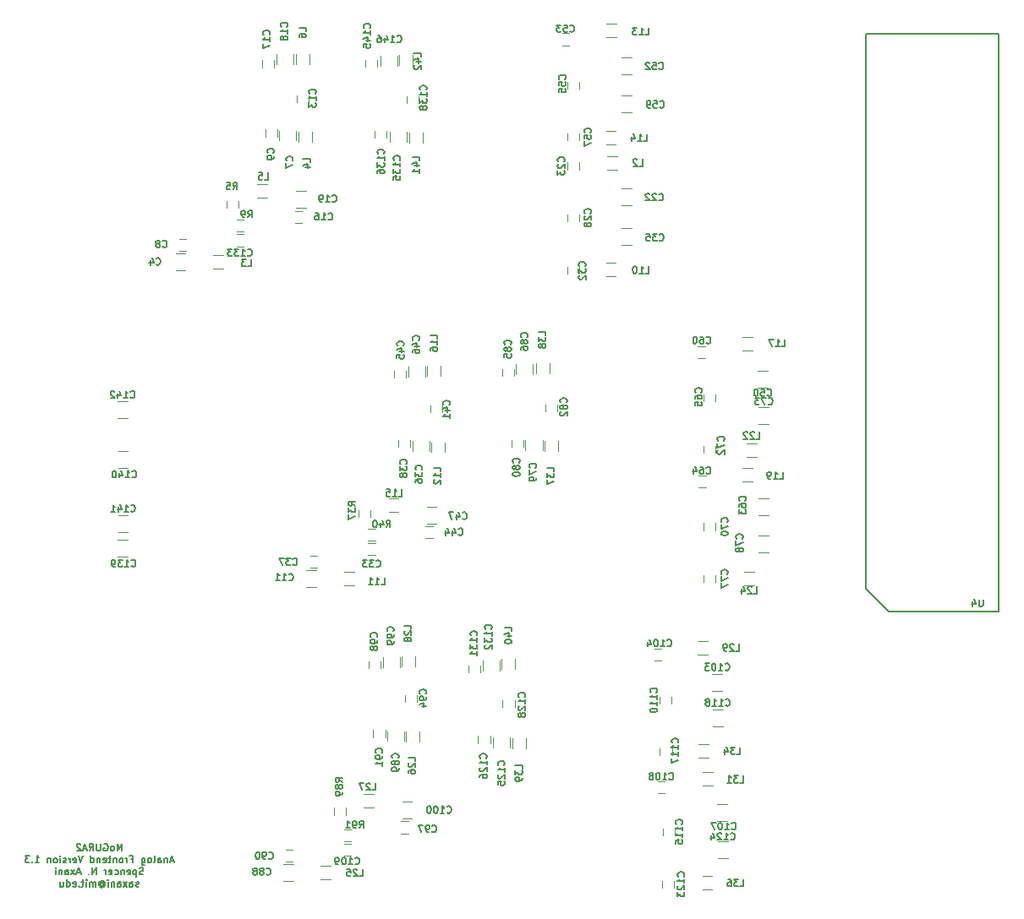
<source format=gbr>
G04 #@! TF.GenerationSoftware,KiCad,Pcbnew,(5.1.5-0-10_14)*
G04 #@! TF.CreationDate,2021-05-04T13:32:50-04:00*
G04 #@! TF.ProjectId,FEA,4645412e-6b69-4636-9164-5f7063625858,rev?*
G04 #@! TF.SameCoordinates,Original*
G04 #@! TF.FileFunction,Legend,Bot*
G04 #@! TF.FilePolarity,Positive*
%FSLAX46Y46*%
G04 Gerber Fmt 4.6, Leading zero omitted, Abs format (unit mm)*
G04 Created by KiCad (PCBNEW (5.1.5-0-10_14)) date 2021-05-04 13:32:50*
%MOMM*%
%LPD*%
G04 APERTURE LIST*
%ADD10C,0.150000*%
%ADD11C,0.120000*%
G04 APERTURE END LIST*
D10*
X31830000Y-179986666D02*
X31830000Y-179286666D01*
X31596666Y-179786666D01*
X31363333Y-179286666D01*
X31363333Y-179986666D01*
X30930000Y-179986666D02*
X30996666Y-179953333D01*
X31030000Y-179920000D01*
X31063333Y-179853333D01*
X31063333Y-179653333D01*
X31030000Y-179586666D01*
X30996666Y-179553333D01*
X30930000Y-179520000D01*
X30830000Y-179520000D01*
X30763333Y-179553333D01*
X30730000Y-179586666D01*
X30696666Y-179653333D01*
X30696666Y-179853333D01*
X30730000Y-179920000D01*
X30763333Y-179953333D01*
X30830000Y-179986666D01*
X30930000Y-179986666D01*
X30030000Y-179320000D02*
X30096666Y-179286666D01*
X30196666Y-179286666D01*
X30296666Y-179320000D01*
X30363333Y-179386666D01*
X30396666Y-179453333D01*
X30430000Y-179586666D01*
X30430000Y-179686666D01*
X30396666Y-179820000D01*
X30363333Y-179886666D01*
X30296666Y-179953333D01*
X30196666Y-179986666D01*
X30130000Y-179986666D01*
X30030000Y-179953333D01*
X29996666Y-179920000D01*
X29996666Y-179686666D01*
X30130000Y-179686666D01*
X29696666Y-179286666D02*
X29696666Y-179853333D01*
X29663333Y-179920000D01*
X29630000Y-179953333D01*
X29563333Y-179986666D01*
X29430000Y-179986666D01*
X29363333Y-179953333D01*
X29330000Y-179920000D01*
X29296666Y-179853333D01*
X29296666Y-179286666D01*
X28563333Y-179986666D02*
X28796666Y-179653333D01*
X28963333Y-179986666D02*
X28963333Y-179286666D01*
X28696666Y-179286666D01*
X28630000Y-179320000D01*
X28596666Y-179353333D01*
X28563333Y-179420000D01*
X28563333Y-179520000D01*
X28596666Y-179586666D01*
X28630000Y-179620000D01*
X28696666Y-179653333D01*
X28963333Y-179653333D01*
X28296666Y-179786666D02*
X27963333Y-179786666D01*
X28363333Y-179986666D02*
X28130000Y-179286666D01*
X27896666Y-179986666D01*
X27696666Y-179353333D02*
X27663333Y-179320000D01*
X27596666Y-179286666D01*
X27430000Y-179286666D01*
X27363333Y-179320000D01*
X27330000Y-179353333D01*
X27296666Y-179420000D01*
X27296666Y-179486666D01*
X27330000Y-179586666D01*
X27730000Y-179986666D01*
X27296666Y-179986666D01*
X37013333Y-180986666D02*
X36680000Y-180986666D01*
X37080000Y-181186666D02*
X36846666Y-180486666D01*
X36613333Y-181186666D01*
X36380000Y-180720000D02*
X36380000Y-181186666D01*
X36380000Y-180786666D02*
X36346666Y-180753333D01*
X36280000Y-180720000D01*
X36180000Y-180720000D01*
X36113333Y-180753333D01*
X36080000Y-180820000D01*
X36080000Y-181186666D01*
X35446666Y-181186666D02*
X35446666Y-180820000D01*
X35480000Y-180753333D01*
X35546666Y-180720000D01*
X35680000Y-180720000D01*
X35746666Y-180753333D01*
X35446666Y-181153333D02*
X35513333Y-181186666D01*
X35680000Y-181186666D01*
X35746666Y-181153333D01*
X35780000Y-181086666D01*
X35780000Y-181020000D01*
X35746666Y-180953333D01*
X35680000Y-180920000D01*
X35513333Y-180920000D01*
X35446666Y-180886666D01*
X35013333Y-181186666D02*
X35080000Y-181153333D01*
X35113333Y-181086666D01*
X35113333Y-180486666D01*
X34646666Y-181186666D02*
X34713333Y-181153333D01*
X34746666Y-181120000D01*
X34780000Y-181053333D01*
X34780000Y-180853333D01*
X34746666Y-180786666D01*
X34713333Y-180753333D01*
X34646666Y-180720000D01*
X34546666Y-180720000D01*
X34480000Y-180753333D01*
X34446666Y-180786666D01*
X34413333Y-180853333D01*
X34413333Y-181053333D01*
X34446666Y-181120000D01*
X34480000Y-181153333D01*
X34546666Y-181186666D01*
X34646666Y-181186666D01*
X33813333Y-180720000D02*
X33813333Y-181286666D01*
X33846666Y-181353333D01*
X33880000Y-181386666D01*
X33946666Y-181420000D01*
X34046666Y-181420000D01*
X34113333Y-181386666D01*
X33813333Y-181153333D02*
X33880000Y-181186666D01*
X34013333Y-181186666D01*
X34080000Y-181153333D01*
X34113333Y-181120000D01*
X34146666Y-181053333D01*
X34146666Y-180853333D01*
X34113333Y-180786666D01*
X34080000Y-180753333D01*
X34013333Y-180720000D01*
X33880000Y-180720000D01*
X33813333Y-180753333D01*
X32713333Y-180820000D02*
X32946666Y-180820000D01*
X32946666Y-181186666D02*
X32946666Y-180486666D01*
X32613333Y-180486666D01*
X32346666Y-181186666D02*
X32346666Y-180720000D01*
X32346666Y-180853333D02*
X32313333Y-180786666D01*
X32280000Y-180753333D01*
X32213333Y-180720000D01*
X32146666Y-180720000D01*
X31813333Y-181186666D02*
X31880000Y-181153333D01*
X31913333Y-181120000D01*
X31946666Y-181053333D01*
X31946666Y-180853333D01*
X31913333Y-180786666D01*
X31880000Y-180753333D01*
X31813333Y-180720000D01*
X31713333Y-180720000D01*
X31646666Y-180753333D01*
X31613333Y-180786666D01*
X31580000Y-180853333D01*
X31580000Y-181053333D01*
X31613333Y-181120000D01*
X31646666Y-181153333D01*
X31713333Y-181186666D01*
X31813333Y-181186666D01*
X31280000Y-180720000D02*
X31280000Y-181186666D01*
X31280000Y-180786666D02*
X31246666Y-180753333D01*
X31180000Y-180720000D01*
X31080000Y-180720000D01*
X31013333Y-180753333D01*
X30980000Y-180820000D01*
X30980000Y-181186666D01*
X30746666Y-180720000D02*
X30479999Y-180720000D01*
X30646666Y-180486666D02*
X30646666Y-181086666D01*
X30613333Y-181153333D01*
X30546666Y-181186666D01*
X30479999Y-181186666D01*
X29979999Y-181153333D02*
X30046666Y-181186666D01*
X30179999Y-181186666D01*
X30246666Y-181153333D01*
X30279999Y-181086666D01*
X30279999Y-180820000D01*
X30246666Y-180753333D01*
X30179999Y-180720000D01*
X30046666Y-180720000D01*
X29979999Y-180753333D01*
X29946666Y-180820000D01*
X29946666Y-180886666D01*
X30279999Y-180953333D01*
X29646666Y-180720000D02*
X29646666Y-181186666D01*
X29646666Y-180786666D02*
X29613333Y-180753333D01*
X29546666Y-180720000D01*
X29446666Y-180720000D01*
X29379999Y-180753333D01*
X29346666Y-180820000D01*
X29346666Y-181186666D01*
X28713333Y-181186666D02*
X28713333Y-180486666D01*
X28713333Y-181153333D02*
X28779999Y-181186666D01*
X28913333Y-181186666D01*
X28979999Y-181153333D01*
X29013333Y-181120000D01*
X29046666Y-181053333D01*
X29046666Y-180853333D01*
X29013333Y-180786666D01*
X28979999Y-180753333D01*
X28913333Y-180720000D01*
X28779999Y-180720000D01*
X28713333Y-180753333D01*
X27946666Y-180486666D02*
X27713333Y-181186666D01*
X27480000Y-180486666D01*
X26980000Y-181153333D02*
X27046666Y-181186666D01*
X27180000Y-181186666D01*
X27246666Y-181153333D01*
X27280000Y-181086666D01*
X27280000Y-180820000D01*
X27246666Y-180753333D01*
X27180000Y-180720000D01*
X27046666Y-180720000D01*
X26980000Y-180753333D01*
X26946666Y-180820000D01*
X26946666Y-180886666D01*
X27280000Y-180953333D01*
X26646666Y-181186666D02*
X26646666Y-180720000D01*
X26646666Y-180853333D02*
X26613333Y-180786666D01*
X26580000Y-180753333D01*
X26513333Y-180720000D01*
X26446666Y-180720000D01*
X26246666Y-181153333D02*
X26180000Y-181186666D01*
X26046666Y-181186666D01*
X25980000Y-181153333D01*
X25946666Y-181086666D01*
X25946666Y-181053333D01*
X25980000Y-180986666D01*
X26046666Y-180953333D01*
X26146666Y-180953333D01*
X26213333Y-180920000D01*
X26246666Y-180853333D01*
X26246666Y-180820000D01*
X26213333Y-180753333D01*
X26146666Y-180720000D01*
X26046666Y-180720000D01*
X25980000Y-180753333D01*
X25646666Y-181186666D02*
X25646666Y-180720000D01*
X25646666Y-180486666D02*
X25680000Y-180520000D01*
X25646666Y-180553333D01*
X25613333Y-180520000D01*
X25646666Y-180486666D01*
X25646666Y-180553333D01*
X25213333Y-181186666D02*
X25280000Y-181153333D01*
X25313333Y-181120000D01*
X25346666Y-181053333D01*
X25346666Y-180853333D01*
X25313333Y-180786666D01*
X25280000Y-180753333D01*
X25213333Y-180720000D01*
X25113333Y-180720000D01*
X25046666Y-180753333D01*
X25013333Y-180786666D01*
X24980000Y-180853333D01*
X24980000Y-181053333D01*
X25013333Y-181120000D01*
X25046666Y-181153333D01*
X25113333Y-181186666D01*
X25213333Y-181186666D01*
X24680000Y-180720000D02*
X24680000Y-181186666D01*
X24680000Y-180786666D02*
X24646666Y-180753333D01*
X24580000Y-180720000D01*
X24480000Y-180720000D01*
X24413333Y-180753333D01*
X24380000Y-180820000D01*
X24380000Y-181186666D01*
X23146666Y-181186666D02*
X23546666Y-181186666D01*
X23346666Y-181186666D02*
X23346666Y-180486666D01*
X23413333Y-180586666D01*
X23480000Y-180653333D01*
X23546666Y-180686666D01*
X22846666Y-181120000D02*
X22813333Y-181153333D01*
X22846666Y-181186666D01*
X22880000Y-181153333D01*
X22846666Y-181120000D01*
X22846666Y-181186666D01*
X22580000Y-180486666D02*
X22146666Y-180486666D01*
X22380000Y-180753333D01*
X22280000Y-180753333D01*
X22213333Y-180786666D01*
X22180000Y-180820000D01*
X22146666Y-180886666D01*
X22146666Y-181053333D01*
X22180000Y-181120000D01*
X22213333Y-181153333D01*
X22280000Y-181186666D01*
X22480000Y-181186666D01*
X22546666Y-181153333D01*
X22580000Y-181120000D01*
X33980000Y-182353333D02*
X33880000Y-182386666D01*
X33713333Y-182386666D01*
X33646666Y-182353333D01*
X33613333Y-182320000D01*
X33580000Y-182253333D01*
X33580000Y-182186666D01*
X33613333Y-182120000D01*
X33646666Y-182086666D01*
X33713333Y-182053333D01*
X33846666Y-182020000D01*
X33913333Y-181986666D01*
X33946666Y-181953333D01*
X33980000Y-181886666D01*
X33980000Y-181820000D01*
X33946666Y-181753333D01*
X33913333Y-181720000D01*
X33846666Y-181686666D01*
X33680000Y-181686666D01*
X33580000Y-181720000D01*
X33280000Y-181920000D02*
X33280000Y-182620000D01*
X33280000Y-181953333D02*
X33213333Y-181920000D01*
X33080000Y-181920000D01*
X33013333Y-181953333D01*
X32980000Y-181986666D01*
X32946666Y-182053333D01*
X32946666Y-182253333D01*
X32980000Y-182320000D01*
X33013333Y-182353333D01*
X33080000Y-182386666D01*
X33213333Y-182386666D01*
X33280000Y-182353333D01*
X32380000Y-182353333D02*
X32446666Y-182386666D01*
X32580000Y-182386666D01*
X32646666Y-182353333D01*
X32680000Y-182286666D01*
X32680000Y-182020000D01*
X32646666Y-181953333D01*
X32580000Y-181920000D01*
X32446666Y-181920000D01*
X32380000Y-181953333D01*
X32346666Y-182020000D01*
X32346666Y-182086666D01*
X32680000Y-182153333D01*
X32046666Y-181920000D02*
X32046666Y-182386666D01*
X32046666Y-181986666D02*
X32013333Y-181953333D01*
X31946666Y-181920000D01*
X31846666Y-181920000D01*
X31780000Y-181953333D01*
X31746666Y-182020000D01*
X31746666Y-182386666D01*
X31113333Y-182353333D02*
X31180000Y-182386666D01*
X31313333Y-182386666D01*
X31380000Y-182353333D01*
X31413333Y-182320000D01*
X31446666Y-182253333D01*
X31446666Y-182053333D01*
X31413333Y-181986666D01*
X31380000Y-181953333D01*
X31313333Y-181920000D01*
X31180000Y-181920000D01*
X31113333Y-181953333D01*
X30546666Y-182353333D02*
X30613333Y-182386666D01*
X30746666Y-182386666D01*
X30813333Y-182353333D01*
X30846666Y-182286666D01*
X30846666Y-182020000D01*
X30813333Y-181953333D01*
X30746666Y-181920000D01*
X30613333Y-181920000D01*
X30546666Y-181953333D01*
X30513333Y-182020000D01*
X30513333Y-182086666D01*
X30846666Y-182153333D01*
X30213333Y-182386666D02*
X30213333Y-181920000D01*
X30213333Y-182053333D02*
X30180000Y-181986666D01*
X30146666Y-181953333D01*
X30080000Y-181920000D01*
X30013333Y-181920000D01*
X29246666Y-182386666D02*
X29246666Y-181686666D01*
X28846666Y-182386666D01*
X28846666Y-181686666D01*
X28513333Y-182320000D02*
X28480000Y-182353333D01*
X28513333Y-182386666D01*
X28546666Y-182353333D01*
X28513333Y-182320000D01*
X28513333Y-182386666D01*
X27680000Y-182186666D02*
X27346666Y-182186666D01*
X27746666Y-182386666D02*
X27513333Y-181686666D01*
X27280000Y-182386666D01*
X27113333Y-182386666D02*
X26746666Y-181920000D01*
X27113333Y-181920000D02*
X26746666Y-182386666D01*
X26180000Y-182386666D02*
X26180000Y-182020000D01*
X26213333Y-181953333D01*
X26280000Y-181920000D01*
X26413333Y-181920000D01*
X26480000Y-181953333D01*
X26180000Y-182353333D02*
X26246666Y-182386666D01*
X26413333Y-182386666D01*
X26480000Y-182353333D01*
X26513333Y-182286666D01*
X26513333Y-182220000D01*
X26480000Y-182153333D01*
X26413333Y-182120000D01*
X26246666Y-182120000D01*
X26180000Y-182086666D01*
X25846666Y-181920000D02*
X25846666Y-182386666D01*
X25846666Y-181986666D02*
X25813333Y-181953333D01*
X25746666Y-181920000D01*
X25646666Y-181920000D01*
X25580000Y-181953333D01*
X25546666Y-182020000D01*
X25546666Y-182386666D01*
X25213333Y-182386666D02*
X25213333Y-181920000D01*
X25213333Y-181686666D02*
X25246666Y-181720000D01*
X25213333Y-181753333D01*
X25180000Y-181720000D01*
X25213333Y-181686666D01*
X25213333Y-181753333D01*
X33513333Y-183553333D02*
X33446666Y-183586666D01*
X33313333Y-183586666D01*
X33246666Y-183553333D01*
X33213333Y-183486666D01*
X33213333Y-183453333D01*
X33246666Y-183386666D01*
X33313333Y-183353333D01*
X33413333Y-183353333D01*
X33480000Y-183320000D01*
X33513333Y-183253333D01*
X33513333Y-183220000D01*
X33480000Y-183153333D01*
X33413333Y-183120000D01*
X33313333Y-183120000D01*
X33246666Y-183153333D01*
X32613333Y-183586666D02*
X32613333Y-183220000D01*
X32646666Y-183153333D01*
X32713333Y-183120000D01*
X32846666Y-183120000D01*
X32913333Y-183153333D01*
X32613333Y-183553333D02*
X32680000Y-183586666D01*
X32846666Y-183586666D01*
X32913333Y-183553333D01*
X32946666Y-183486666D01*
X32946666Y-183420000D01*
X32913333Y-183353333D01*
X32846666Y-183320000D01*
X32680000Y-183320000D01*
X32613333Y-183286666D01*
X32346666Y-183586666D02*
X31980000Y-183120000D01*
X32346666Y-183120000D02*
X31980000Y-183586666D01*
X31413333Y-183586666D02*
X31413333Y-183220000D01*
X31446666Y-183153333D01*
X31513333Y-183120000D01*
X31646666Y-183120000D01*
X31713333Y-183153333D01*
X31413333Y-183553333D02*
X31480000Y-183586666D01*
X31646666Y-183586666D01*
X31713333Y-183553333D01*
X31746666Y-183486666D01*
X31746666Y-183420000D01*
X31713333Y-183353333D01*
X31646666Y-183320000D01*
X31480000Y-183320000D01*
X31413333Y-183286666D01*
X31080000Y-183120000D02*
X31080000Y-183586666D01*
X31080000Y-183186666D02*
X31046666Y-183153333D01*
X30980000Y-183120000D01*
X30880000Y-183120000D01*
X30813333Y-183153333D01*
X30780000Y-183220000D01*
X30780000Y-183586666D01*
X30446666Y-183586666D02*
X30446666Y-183120000D01*
X30446666Y-182886666D02*
X30480000Y-182920000D01*
X30446666Y-182953333D01*
X30413333Y-182920000D01*
X30446666Y-182886666D01*
X30446666Y-182953333D01*
X29680000Y-183253333D02*
X29713333Y-183220000D01*
X29780000Y-183186666D01*
X29846666Y-183186666D01*
X29913333Y-183220000D01*
X29946666Y-183253333D01*
X29980000Y-183320000D01*
X29980000Y-183386666D01*
X29946666Y-183453333D01*
X29913333Y-183486666D01*
X29846666Y-183520000D01*
X29780000Y-183520000D01*
X29713333Y-183486666D01*
X29680000Y-183453333D01*
X29680000Y-183186666D02*
X29680000Y-183453333D01*
X29646666Y-183486666D01*
X29613333Y-183486666D01*
X29546666Y-183453333D01*
X29513333Y-183386666D01*
X29513333Y-183220000D01*
X29580000Y-183120000D01*
X29680000Y-183053333D01*
X29813333Y-183020000D01*
X29946666Y-183053333D01*
X30046666Y-183120000D01*
X30113333Y-183220000D01*
X30146666Y-183353333D01*
X30113333Y-183486666D01*
X30046666Y-183586666D01*
X29946666Y-183653333D01*
X29813333Y-183686666D01*
X29680000Y-183653333D01*
X29580000Y-183586666D01*
X29213333Y-183586666D02*
X29213333Y-183120000D01*
X29213333Y-183186666D02*
X29180000Y-183153333D01*
X29113333Y-183120000D01*
X29013333Y-183120000D01*
X28946666Y-183153333D01*
X28913333Y-183220000D01*
X28913333Y-183586666D01*
X28913333Y-183220000D02*
X28880000Y-183153333D01*
X28813333Y-183120000D01*
X28713333Y-183120000D01*
X28646666Y-183153333D01*
X28613333Y-183220000D01*
X28613333Y-183586666D01*
X28280000Y-183586666D02*
X28280000Y-183120000D01*
X28280000Y-182886666D02*
X28313333Y-182920000D01*
X28280000Y-182953333D01*
X28246666Y-182920000D01*
X28280000Y-182886666D01*
X28280000Y-182953333D01*
X28046666Y-183120000D02*
X27780000Y-183120000D01*
X27946666Y-182886666D02*
X27946666Y-183486666D01*
X27913333Y-183553333D01*
X27846666Y-183586666D01*
X27780000Y-183586666D01*
X27546666Y-183520000D02*
X27513333Y-183553333D01*
X27546666Y-183586666D01*
X27580000Y-183553333D01*
X27546666Y-183520000D01*
X27546666Y-183586666D01*
X26946666Y-183553333D02*
X27013333Y-183586666D01*
X27146666Y-183586666D01*
X27213333Y-183553333D01*
X27246666Y-183486666D01*
X27246666Y-183220000D01*
X27213333Y-183153333D01*
X27146666Y-183120000D01*
X27013333Y-183120000D01*
X26946666Y-183153333D01*
X26913333Y-183220000D01*
X26913333Y-183286666D01*
X27246666Y-183353333D01*
X26313333Y-183586666D02*
X26313333Y-182886666D01*
X26313333Y-183553333D02*
X26380000Y-183586666D01*
X26513333Y-183586666D01*
X26580000Y-183553333D01*
X26613333Y-183520000D01*
X26646666Y-183453333D01*
X26646666Y-183253333D01*
X26613333Y-183186666D01*
X26580000Y-183153333D01*
X26513333Y-183120000D01*
X26380000Y-183120000D01*
X26313333Y-183153333D01*
X25680000Y-183120000D02*
X25680000Y-183586666D01*
X25980000Y-183120000D02*
X25980000Y-183486666D01*
X25946666Y-183553333D01*
X25880000Y-183586666D01*
X25780000Y-183586666D01*
X25713333Y-183553333D01*
X25680000Y-183520000D01*
D11*
X82900000Y-119300000D02*
X81900000Y-119300000D01*
X81900000Y-117600000D02*
X82900000Y-117600000D01*
D10*
X106325000Y-151825000D02*
X106325000Y-102325000D01*
X119625000Y-151825000D02*
X119625000Y-102325000D01*
X108625000Y-156025000D02*
X106325000Y-153725000D01*
X106325000Y-153725000D02*
X106325000Y-151825000D01*
X108625000Y-156025000D02*
X119625000Y-156025000D01*
X119625000Y-156025000D02*
X119625000Y-151825000D01*
X106325000Y-102325000D02*
X106325000Y-98125000D01*
X106325000Y-98125000D02*
X119625000Y-98125000D01*
X119625000Y-98125000D02*
X119625000Y-102325000D01*
D11*
X32400000Y-150550000D02*
X31400000Y-150550000D01*
X31400000Y-148850000D02*
X32400000Y-148850000D01*
X32450000Y-141650000D02*
X31450000Y-141650000D01*
X31450000Y-139950000D02*
X32450000Y-139950000D01*
X31450000Y-146350000D02*
X32450000Y-146350000D01*
X32450000Y-148050000D02*
X31450000Y-148050000D01*
X31400000Y-134950000D02*
X32400000Y-134950000D01*
X32400000Y-136650000D02*
X31400000Y-136650000D01*
X37200000Y-120150000D02*
X38200000Y-120150000D01*
X38200000Y-121850000D02*
X37200000Y-121850000D01*
X49300000Y-107800000D02*
X49300000Y-108800000D01*
X47600000Y-108800000D02*
X47600000Y-107800000D01*
X38250000Y-118700000D02*
X37550000Y-118700000D01*
X37550000Y-119900000D02*
X38250000Y-119900000D01*
X46200000Y-107700000D02*
X46200000Y-108400000D01*
X47400000Y-108400000D02*
X47400000Y-107700000D01*
X50550000Y-105000000D02*
X50550000Y-104300000D01*
X49350000Y-104300000D02*
X49350000Y-105000000D01*
X49850000Y-115850000D02*
X49150000Y-115850000D01*
X49150000Y-117050000D02*
X49850000Y-117050000D01*
X45850000Y-100750000D02*
X45850000Y-101450000D01*
X47050000Y-101450000D02*
X47050000Y-100750000D01*
X49000000Y-100150000D02*
X49000000Y-101150000D01*
X47300000Y-101150000D02*
X47300000Y-100150000D01*
X49250000Y-113850000D02*
X50250000Y-113850000D01*
X50250000Y-115550000D02*
X49250000Y-115550000D01*
X42000000Y-120320000D02*
X41000000Y-120320000D01*
X41000000Y-121680000D02*
X42000000Y-121680000D01*
X49520000Y-107950000D02*
X49520000Y-108950000D01*
X50880000Y-108950000D02*
X50880000Y-107950000D01*
X46400000Y-113170000D02*
X45400000Y-113170000D01*
X45400000Y-114530000D02*
X46400000Y-114530000D01*
X50630000Y-101150000D02*
X50630000Y-100150000D01*
X49270000Y-100150000D02*
X49270000Y-101150000D01*
X42300000Y-114850000D02*
X42300000Y-115550000D01*
X43500000Y-115550000D02*
X43500000Y-114850000D01*
X44000000Y-116700000D02*
X43300000Y-116700000D01*
X43300000Y-117900000D02*
X44000000Y-117900000D01*
X81900000Y-113600000D02*
X82900000Y-113600000D01*
X82900000Y-115300000D02*
X81900000Y-115300000D01*
X77600000Y-111700000D02*
X77600000Y-111000000D01*
X76400000Y-111000000D02*
X76400000Y-111700000D01*
X77600000Y-116900000D02*
X77600000Y-116200000D01*
X76400000Y-116200000D02*
X76400000Y-116900000D01*
X77600000Y-122150000D02*
X77600000Y-121450000D01*
X76400000Y-121450000D02*
X76400000Y-122150000D01*
X81900000Y-100500000D02*
X82900000Y-100500000D01*
X82900000Y-102200000D02*
X81900000Y-102200000D01*
X75900000Y-99250000D02*
X76600000Y-99250000D01*
X76600000Y-98050000D02*
X75900000Y-98050000D01*
X76400000Y-102900000D02*
X76400000Y-103600000D01*
X77600000Y-103600000D02*
X77600000Y-102900000D01*
X76400000Y-108100000D02*
X76400000Y-108800000D01*
X77600000Y-108800000D02*
X77600000Y-108100000D01*
X82900000Y-106000000D02*
X81900000Y-106000000D01*
X81900000Y-104300000D02*
X82900000Y-104300000D01*
X80400000Y-111730000D02*
X81400000Y-111730000D01*
X81400000Y-110370000D02*
X80400000Y-110370000D01*
X81300000Y-121020000D02*
X80300000Y-121020000D01*
X80300000Y-122380000D02*
X81300000Y-122380000D01*
X81350000Y-97120000D02*
X80350000Y-97120000D01*
X80350000Y-98480000D02*
X81350000Y-98480000D01*
X80300000Y-109230000D02*
X81300000Y-109230000D01*
X81300000Y-107870000D02*
X80300000Y-107870000D01*
X50300000Y-151850000D02*
X51300000Y-151850000D01*
X51300000Y-153550000D02*
X50300000Y-153550000D01*
X60950000Y-139950000D02*
X60950000Y-138950000D01*
X62650000Y-138950000D02*
X62650000Y-139950000D01*
X51400000Y-150450000D02*
X50700000Y-150450000D01*
X50700000Y-151650000D02*
X51400000Y-151650000D01*
X59500000Y-138800000D02*
X59500000Y-139500000D01*
X60700000Y-139500000D02*
X60700000Y-138800000D01*
X62750000Y-135350000D02*
X62750000Y-136050000D01*
X63950000Y-136050000D02*
X63950000Y-135350000D01*
X62950000Y-147450000D02*
X62250000Y-147450000D01*
X62250000Y-148650000D02*
X62950000Y-148650000D01*
X59100000Y-131900000D02*
X59100000Y-132600000D01*
X60300000Y-132600000D02*
X60300000Y-131900000D01*
X60500000Y-132500000D02*
X60500000Y-131500000D01*
X62200000Y-131500000D02*
X62200000Y-132500000D01*
X62350000Y-145550000D02*
X63350000Y-145550000D01*
X63350000Y-147250000D02*
X62350000Y-147250000D01*
X95500000Y-131850000D02*
X96500000Y-131850000D01*
X96500000Y-133550000D02*
X95500000Y-133550000D01*
X90200000Y-129400000D02*
X89500000Y-129400000D01*
X89500000Y-130600000D02*
X90200000Y-130600000D01*
X96600000Y-146350000D02*
X95600000Y-146350000D01*
X95600000Y-144650000D02*
X96600000Y-144650000D01*
X89600000Y-143600000D02*
X90300000Y-143600000D01*
X90300000Y-142400000D02*
X89600000Y-142400000D01*
X91250000Y-134950000D02*
X91250000Y-134250000D01*
X90050000Y-134250000D02*
X90050000Y-134950000D01*
X90100000Y-147150000D02*
X90100000Y-147850000D01*
X91300000Y-147850000D02*
X91300000Y-147150000D01*
X91250000Y-140100000D02*
X91250000Y-139400000D01*
X90050000Y-139400000D02*
X90050000Y-140100000D01*
X96600000Y-137200000D02*
X95600000Y-137200000D01*
X95600000Y-135500000D02*
X96600000Y-135500000D01*
X90100000Y-152350000D02*
X90100000Y-153050000D01*
X91300000Y-153050000D02*
X91300000Y-152350000D01*
X95550000Y-148400000D02*
X96550000Y-148400000D01*
X96550000Y-150100000D02*
X95550000Y-150100000D01*
X55100000Y-152020000D02*
X54100000Y-152020000D01*
X54100000Y-153380000D02*
X55100000Y-153380000D01*
X64180000Y-140050000D02*
X64180000Y-139050000D01*
X62820000Y-139050000D02*
X62820000Y-140050000D01*
X58550000Y-146030000D02*
X59550000Y-146030000D01*
X59550000Y-144670000D02*
X58550000Y-144670000D01*
X62420000Y-131400000D02*
X62420000Y-132400000D01*
X63780000Y-132400000D02*
X63780000Y-131400000D01*
X95000000Y-128520000D02*
X94000000Y-128520000D01*
X94000000Y-129880000D02*
X95000000Y-129880000D01*
X94950000Y-141620000D02*
X93950000Y-141620000D01*
X93950000Y-142980000D02*
X94950000Y-142980000D01*
X95400000Y-139170000D02*
X94400000Y-139170000D01*
X94400000Y-140530000D02*
X95400000Y-140530000D01*
X95150000Y-152020000D02*
X94150000Y-152020000D01*
X94150000Y-153380000D02*
X95150000Y-153380000D01*
X56700000Y-146550000D02*
X56700000Y-145850000D01*
X55500000Y-145850000D02*
X55500000Y-146550000D01*
X57200000Y-147700000D02*
X56500000Y-147700000D01*
X56500000Y-148900000D02*
X57200000Y-148900000D01*
X48000000Y-181300000D02*
X49000000Y-181300000D01*
X49000000Y-183000000D02*
X48000000Y-183000000D01*
X58400000Y-169000000D02*
X58400000Y-168000000D01*
X60100000Y-168000000D02*
X60100000Y-169000000D01*
X48950000Y-179900000D02*
X48250000Y-179900000D01*
X48250000Y-181100000D02*
X48950000Y-181100000D01*
X57000000Y-167900000D02*
X57000000Y-168600000D01*
X58200000Y-168600000D02*
X58200000Y-167900000D01*
X60150000Y-164400000D02*
X60150000Y-165100000D01*
X61350000Y-165100000D02*
X61350000Y-164400000D01*
X60500000Y-177050000D02*
X59800000Y-177050000D01*
X59800000Y-178250000D02*
X60500000Y-178250000D01*
X56550000Y-161000000D02*
X56550000Y-161700000D01*
X57750000Y-161700000D02*
X57750000Y-161000000D01*
X57950000Y-161600000D02*
X57950000Y-160600000D01*
X59650000Y-160600000D02*
X59650000Y-161600000D01*
X59900000Y-175100000D02*
X60900000Y-175100000D01*
X60900000Y-176800000D02*
X59900000Y-176800000D01*
X90950000Y-162250000D02*
X91950000Y-162250000D01*
X91950000Y-163950000D02*
X90950000Y-163950000D01*
X85850000Y-159750000D02*
X85150000Y-159750000D01*
X85150000Y-160950000D02*
X85850000Y-160950000D01*
X92450000Y-177050000D02*
X91450000Y-177050000D01*
X91450000Y-175350000D02*
X92450000Y-175350000D01*
X85500000Y-174200000D02*
X86200000Y-174200000D01*
X86200000Y-173000000D02*
X85500000Y-173000000D01*
X86850000Y-165250000D02*
X86850000Y-164550000D01*
X85650000Y-164550000D02*
X85650000Y-165250000D01*
X86000000Y-177750000D02*
X86000000Y-178450000D01*
X87200000Y-178450000D02*
X87200000Y-177750000D01*
X86900000Y-170450000D02*
X86900000Y-169750000D01*
X85700000Y-169750000D02*
X85700000Y-170450000D01*
X92000000Y-167500000D02*
X91000000Y-167500000D01*
X91000000Y-165800000D02*
X92000000Y-165800000D01*
X85950000Y-183000000D02*
X85950000Y-183700000D01*
X87150000Y-183700000D02*
X87150000Y-183000000D01*
X91550000Y-179050000D02*
X92550000Y-179050000D01*
X92550000Y-180750000D02*
X91550000Y-180750000D01*
X52750000Y-181470000D02*
X51750000Y-181470000D01*
X51750000Y-182830000D02*
X52750000Y-182830000D01*
X61630000Y-169050000D02*
X61630000Y-168050000D01*
X60270000Y-168050000D02*
X60270000Y-169050000D01*
X56050000Y-175630000D02*
X57050000Y-175630000D01*
X57050000Y-174270000D02*
X56050000Y-174270000D01*
X59870000Y-160500000D02*
X59870000Y-161500000D01*
X61230000Y-161500000D02*
X61230000Y-160500000D01*
X90500000Y-158970000D02*
X89500000Y-158970000D01*
X89500000Y-160330000D02*
X90500000Y-160330000D01*
X91000000Y-172070000D02*
X90000000Y-172070000D01*
X90000000Y-173430000D02*
X91000000Y-173430000D01*
X90550000Y-169320000D02*
X89550000Y-169320000D01*
X89550000Y-170680000D02*
X90550000Y-170680000D01*
X90950000Y-182520000D02*
X89950000Y-182520000D01*
X89950000Y-183880000D02*
X90950000Y-183880000D01*
X53050000Y-175700000D02*
X53050000Y-176400000D01*
X54250000Y-176400000D02*
X54250000Y-175700000D01*
X54750000Y-177850000D02*
X54050000Y-177850000D01*
X54050000Y-179050000D02*
X54750000Y-179050000D01*
X56500000Y-150350000D02*
X57200000Y-150350000D01*
X57200000Y-149150000D02*
X56500000Y-149150000D01*
X72250000Y-139850000D02*
X72250000Y-138850000D01*
X73950000Y-138850000D02*
X73950000Y-139850000D01*
X70850000Y-138800000D02*
X70850000Y-139500000D01*
X72050000Y-139500000D02*
X72050000Y-138800000D01*
X74250000Y-135250000D02*
X74250000Y-135950000D01*
X75450000Y-135950000D02*
X75450000Y-135250000D01*
X69900000Y-131700000D02*
X69900000Y-132400000D01*
X71100000Y-132400000D02*
X71100000Y-131700000D01*
X71300000Y-132250000D02*
X71300000Y-131250000D01*
X73000000Y-131250000D02*
X73000000Y-132250000D01*
X54750000Y-179300000D02*
X54050000Y-179300000D01*
X54050000Y-180500000D02*
X54750000Y-180500000D01*
X68950000Y-169650000D02*
X68950000Y-168650000D01*
X70650000Y-168650000D02*
X70650000Y-169650000D01*
X68700000Y-169200000D02*
X68700000Y-168500000D01*
X67500000Y-168500000D02*
X67500000Y-169200000D01*
X71150000Y-165600000D02*
X71150000Y-164900000D01*
X69950000Y-164900000D02*
X69950000Y-165600000D01*
X67750000Y-162150000D02*
X67750000Y-161450000D01*
X66550000Y-161450000D02*
X66550000Y-162150000D01*
X67950000Y-161950000D02*
X67950000Y-160950000D01*
X69650000Y-160950000D02*
X69650000Y-161950000D01*
X44000000Y-118200000D02*
X43300000Y-118200000D01*
X43300000Y-119400000D02*
X44000000Y-119400000D01*
X58650000Y-108950000D02*
X58650000Y-107950000D01*
X60350000Y-107950000D02*
X60350000Y-108950000D01*
X58350000Y-108550000D02*
X58350000Y-107850000D01*
X57150000Y-107850000D02*
X57150000Y-108550000D01*
X61550000Y-105050000D02*
X61550000Y-104350000D01*
X60350000Y-104350000D02*
X60350000Y-105050000D01*
X57400000Y-101400000D02*
X57400000Y-100700000D01*
X56200000Y-100700000D02*
X56200000Y-101400000D01*
X57700000Y-101300000D02*
X57700000Y-100300000D01*
X59400000Y-100300000D02*
X59400000Y-101300000D01*
X75530000Y-139950000D02*
X75530000Y-138950000D01*
X74170000Y-138950000D02*
X74170000Y-139950000D01*
X73270000Y-131150000D02*
X73270000Y-132150000D01*
X74630000Y-132150000D02*
X74630000Y-131150000D01*
X72280000Y-169750000D02*
X72280000Y-168750000D01*
X70920000Y-168750000D02*
X70920000Y-169750000D01*
X69870000Y-160750000D02*
X69870000Y-161750000D01*
X71230000Y-161750000D02*
X71230000Y-160750000D01*
X61930000Y-109050000D02*
X61930000Y-108050000D01*
X60570000Y-108050000D02*
X60570000Y-109050000D01*
X59570000Y-100250000D02*
X59570000Y-101250000D01*
X60930000Y-101250000D02*
X60930000Y-100250000D01*
D10*
X85650000Y-118800000D02*
X85683333Y-118833333D01*
X85783333Y-118866666D01*
X85850000Y-118866666D01*
X85950000Y-118833333D01*
X86016666Y-118766666D01*
X86050000Y-118700000D01*
X86083333Y-118566666D01*
X86083333Y-118466666D01*
X86050000Y-118333333D01*
X86016666Y-118266666D01*
X85950000Y-118200000D01*
X85850000Y-118166666D01*
X85783333Y-118166666D01*
X85683333Y-118200000D01*
X85650000Y-118233333D01*
X85416666Y-118166666D02*
X84983333Y-118166666D01*
X85216666Y-118433333D01*
X85116666Y-118433333D01*
X85050000Y-118466666D01*
X85016666Y-118500000D01*
X84983333Y-118566666D01*
X84983333Y-118733333D01*
X85016666Y-118800000D01*
X85050000Y-118833333D01*
X85116666Y-118866666D01*
X85316666Y-118866666D01*
X85383333Y-118833333D01*
X85416666Y-118800000D01*
X84350000Y-118166666D02*
X84683333Y-118166666D01*
X84716666Y-118500000D01*
X84683333Y-118466666D01*
X84616666Y-118433333D01*
X84450000Y-118433333D01*
X84383333Y-118466666D01*
X84350000Y-118500000D01*
X84316666Y-118566666D01*
X84316666Y-118733333D01*
X84350000Y-118800000D01*
X84383333Y-118833333D01*
X84450000Y-118866666D01*
X84616666Y-118866666D01*
X84683333Y-118833333D01*
X84716666Y-118800000D01*
X118058333Y-154791666D02*
X118058333Y-155358333D01*
X118025000Y-155425000D01*
X117991666Y-155458333D01*
X117925000Y-155491666D01*
X117791666Y-155491666D01*
X117725000Y-155458333D01*
X117691666Y-155425000D01*
X117658333Y-155358333D01*
X117658333Y-154791666D01*
X117025000Y-155025000D02*
X117025000Y-155491666D01*
X117191666Y-154758333D02*
X117358333Y-155258333D01*
X116925000Y-155258333D01*
X32783333Y-151450000D02*
X32816666Y-151483333D01*
X32916666Y-151516666D01*
X32983333Y-151516666D01*
X33083333Y-151483333D01*
X33150000Y-151416666D01*
X33183333Y-151350000D01*
X33216666Y-151216666D01*
X33216666Y-151116666D01*
X33183333Y-150983333D01*
X33150000Y-150916666D01*
X33083333Y-150850000D01*
X32983333Y-150816666D01*
X32916666Y-150816666D01*
X32816666Y-150850000D01*
X32783333Y-150883333D01*
X32116666Y-151516666D02*
X32516666Y-151516666D01*
X32316666Y-151516666D02*
X32316666Y-150816666D01*
X32383333Y-150916666D01*
X32450000Y-150983333D01*
X32516666Y-151016666D01*
X31883333Y-150816666D02*
X31450000Y-150816666D01*
X31683333Y-151083333D01*
X31583333Y-151083333D01*
X31516666Y-151116666D01*
X31483333Y-151150000D01*
X31450000Y-151216666D01*
X31450000Y-151383333D01*
X31483333Y-151450000D01*
X31516666Y-151483333D01*
X31583333Y-151516666D01*
X31783333Y-151516666D01*
X31850000Y-151483333D01*
X31883333Y-151450000D01*
X31116666Y-151516666D02*
X30983333Y-151516666D01*
X30916666Y-151483333D01*
X30883333Y-151450000D01*
X30816666Y-151350000D01*
X30783333Y-151216666D01*
X30783333Y-150950000D01*
X30816666Y-150883333D01*
X30850000Y-150850000D01*
X30916666Y-150816666D01*
X31050000Y-150816666D01*
X31116666Y-150850000D01*
X31150000Y-150883333D01*
X31183333Y-150950000D01*
X31183333Y-151116666D01*
X31150000Y-151183333D01*
X31116666Y-151216666D01*
X31050000Y-151250000D01*
X30916666Y-151250000D01*
X30850000Y-151216666D01*
X30816666Y-151183333D01*
X30783333Y-151116666D01*
X32858333Y-142525000D02*
X32891666Y-142558333D01*
X32991666Y-142591666D01*
X33058333Y-142591666D01*
X33158333Y-142558333D01*
X33225000Y-142491666D01*
X33258333Y-142425000D01*
X33291666Y-142291666D01*
X33291666Y-142191666D01*
X33258333Y-142058333D01*
X33225000Y-141991666D01*
X33158333Y-141925000D01*
X33058333Y-141891666D01*
X32991666Y-141891666D01*
X32891666Y-141925000D01*
X32858333Y-141958333D01*
X32191666Y-142591666D02*
X32591666Y-142591666D01*
X32391666Y-142591666D02*
X32391666Y-141891666D01*
X32458333Y-141991666D01*
X32525000Y-142058333D01*
X32591666Y-142091666D01*
X31591666Y-142125000D02*
X31591666Y-142591666D01*
X31758333Y-141858333D02*
X31925000Y-142358333D01*
X31491666Y-142358333D01*
X31091666Y-141891666D02*
X31025000Y-141891666D01*
X30958333Y-141925000D01*
X30925000Y-141958333D01*
X30891666Y-142025000D01*
X30858333Y-142158333D01*
X30858333Y-142325000D01*
X30891666Y-142458333D01*
X30925000Y-142525000D01*
X30958333Y-142558333D01*
X31025000Y-142591666D01*
X31091666Y-142591666D01*
X31158333Y-142558333D01*
X31191666Y-142525000D01*
X31225000Y-142458333D01*
X31258333Y-142325000D01*
X31258333Y-142158333D01*
X31225000Y-142025000D01*
X31191666Y-141958333D01*
X31158333Y-141925000D01*
X31091666Y-141891666D01*
X32733333Y-145950000D02*
X32766666Y-145983333D01*
X32866666Y-146016666D01*
X32933333Y-146016666D01*
X33033333Y-145983333D01*
X33100000Y-145916666D01*
X33133333Y-145850000D01*
X33166666Y-145716666D01*
X33166666Y-145616666D01*
X33133333Y-145483333D01*
X33100000Y-145416666D01*
X33033333Y-145350000D01*
X32933333Y-145316666D01*
X32866666Y-145316666D01*
X32766666Y-145350000D01*
X32733333Y-145383333D01*
X32066666Y-146016666D02*
X32466666Y-146016666D01*
X32266666Y-146016666D02*
X32266666Y-145316666D01*
X32333333Y-145416666D01*
X32400000Y-145483333D01*
X32466666Y-145516666D01*
X31466666Y-145550000D02*
X31466666Y-146016666D01*
X31633333Y-145283333D02*
X31800000Y-145783333D01*
X31366666Y-145783333D01*
X30733333Y-146016666D02*
X31133333Y-146016666D01*
X30933333Y-146016666D02*
X30933333Y-145316666D01*
X31000000Y-145416666D01*
X31066666Y-145483333D01*
X31133333Y-145516666D01*
X32683333Y-134550000D02*
X32716666Y-134583333D01*
X32816666Y-134616666D01*
X32883333Y-134616666D01*
X32983333Y-134583333D01*
X33050000Y-134516666D01*
X33083333Y-134450000D01*
X33116666Y-134316666D01*
X33116666Y-134216666D01*
X33083333Y-134083333D01*
X33050000Y-134016666D01*
X32983333Y-133950000D01*
X32883333Y-133916666D01*
X32816666Y-133916666D01*
X32716666Y-133950000D01*
X32683333Y-133983333D01*
X32016666Y-134616666D02*
X32416666Y-134616666D01*
X32216666Y-134616666D02*
X32216666Y-133916666D01*
X32283333Y-134016666D01*
X32350000Y-134083333D01*
X32416666Y-134116666D01*
X31416666Y-134150000D02*
X31416666Y-134616666D01*
X31583333Y-133883333D02*
X31750000Y-134383333D01*
X31316666Y-134383333D01*
X31083333Y-133983333D02*
X31050000Y-133950000D01*
X30983333Y-133916666D01*
X30816666Y-133916666D01*
X30750000Y-133950000D01*
X30716666Y-133983333D01*
X30683333Y-134050000D01*
X30683333Y-134116666D01*
X30716666Y-134216666D01*
X31116666Y-134616666D01*
X30683333Y-134616666D01*
X35266666Y-121200000D02*
X35300000Y-121233333D01*
X35400000Y-121266666D01*
X35466666Y-121266666D01*
X35566666Y-121233333D01*
X35633333Y-121166666D01*
X35666666Y-121100000D01*
X35700000Y-120966666D01*
X35700000Y-120866666D01*
X35666666Y-120733333D01*
X35633333Y-120666666D01*
X35566666Y-120600000D01*
X35466666Y-120566666D01*
X35400000Y-120566666D01*
X35300000Y-120600000D01*
X35266666Y-120633333D01*
X34666666Y-120800000D02*
X34666666Y-121266666D01*
X34833333Y-120533333D02*
X35000000Y-121033333D01*
X34566666Y-121033333D01*
X48900000Y-110833333D02*
X48933333Y-110800000D01*
X48966666Y-110700000D01*
X48966666Y-110633333D01*
X48933333Y-110533333D01*
X48866666Y-110466666D01*
X48800000Y-110433333D01*
X48666666Y-110400000D01*
X48566666Y-110400000D01*
X48433333Y-110433333D01*
X48366666Y-110466666D01*
X48300000Y-110533333D01*
X48266666Y-110633333D01*
X48266666Y-110700000D01*
X48300000Y-110800000D01*
X48333333Y-110833333D01*
X48266666Y-111066666D02*
X48266666Y-111533333D01*
X48966666Y-111233333D01*
X35916666Y-119450000D02*
X35950000Y-119483333D01*
X36050000Y-119516666D01*
X36116666Y-119516666D01*
X36216666Y-119483333D01*
X36283333Y-119416666D01*
X36316666Y-119350000D01*
X36350000Y-119216666D01*
X36350000Y-119116666D01*
X36316666Y-118983333D01*
X36283333Y-118916666D01*
X36216666Y-118850000D01*
X36116666Y-118816666D01*
X36050000Y-118816666D01*
X35950000Y-118850000D01*
X35916666Y-118883333D01*
X35516666Y-119116666D02*
X35583333Y-119083333D01*
X35616666Y-119050000D01*
X35650000Y-118983333D01*
X35650000Y-118950000D01*
X35616666Y-118883333D01*
X35583333Y-118850000D01*
X35516666Y-118816666D01*
X35383333Y-118816666D01*
X35316666Y-118850000D01*
X35283333Y-118883333D01*
X35250000Y-118950000D01*
X35250000Y-118983333D01*
X35283333Y-119050000D01*
X35316666Y-119083333D01*
X35383333Y-119116666D01*
X35516666Y-119116666D01*
X35583333Y-119150000D01*
X35616666Y-119183333D01*
X35650000Y-119250000D01*
X35650000Y-119383333D01*
X35616666Y-119450000D01*
X35583333Y-119483333D01*
X35516666Y-119516666D01*
X35383333Y-119516666D01*
X35316666Y-119483333D01*
X35283333Y-119450000D01*
X35250000Y-119383333D01*
X35250000Y-119250000D01*
X35283333Y-119183333D01*
X35316666Y-119150000D01*
X35383333Y-119116666D01*
X47000000Y-110033333D02*
X47033333Y-110000000D01*
X47066666Y-109900000D01*
X47066666Y-109833333D01*
X47033333Y-109733333D01*
X46966666Y-109666666D01*
X46900000Y-109633333D01*
X46766666Y-109600000D01*
X46666666Y-109600000D01*
X46533333Y-109633333D01*
X46466666Y-109666666D01*
X46400000Y-109733333D01*
X46366666Y-109833333D01*
X46366666Y-109900000D01*
X46400000Y-110000000D01*
X46433333Y-110033333D01*
X47066666Y-110366666D02*
X47066666Y-110500000D01*
X47033333Y-110566666D01*
X47000000Y-110600000D01*
X46900000Y-110666666D01*
X46766666Y-110700000D01*
X46500000Y-110700000D01*
X46433333Y-110666666D01*
X46400000Y-110633333D01*
X46366666Y-110566666D01*
X46366666Y-110433333D01*
X46400000Y-110366666D01*
X46433333Y-110333333D01*
X46500000Y-110300000D01*
X46666666Y-110300000D01*
X46733333Y-110333333D01*
X46766666Y-110366666D01*
X46800000Y-110433333D01*
X46800000Y-110566666D01*
X46766666Y-110633333D01*
X46733333Y-110666666D01*
X46666666Y-110700000D01*
X51200000Y-104100000D02*
X51233333Y-104066666D01*
X51266666Y-103966666D01*
X51266666Y-103900000D01*
X51233333Y-103800000D01*
X51166666Y-103733333D01*
X51100000Y-103700000D01*
X50966666Y-103666666D01*
X50866666Y-103666666D01*
X50733333Y-103700000D01*
X50666666Y-103733333D01*
X50600000Y-103800000D01*
X50566666Y-103900000D01*
X50566666Y-103966666D01*
X50600000Y-104066666D01*
X50633333Y-104100000D01*
X51266666Y-104766666D02*
X51266666Y-104366666D01*
X51266666Y-104566666D02*
X50566666Y-104566666D01*
X50666666Y-104500000D01*
X50733333Y-104433333D01*
X50766666Y-104366666D01*
X50566666Y-105000000D02*
X50566666Y-105433333D01*
X50833333Y-105200000D01*
X50833333Y-105300000D01*
X50866666Y-105366666D01*
X50900000Y-105400000D01*
X50966666Y-105433333D01*
X51133333Y-105433333D01*
X51200000Y-105400000D01*
X51233333Y-105366666D01*
X51266666Y-105300000D01*
X51266666Y-105100000D01*
X51233333Y-105033333D01*
X51200000Y-105000000D01*
X52500000Y-116700000D02*
X52533333Y-116733333D01*
X52633333Y-116766666D01*
X52700000Y-116766666D01*
X52800000Y-116733333D01*
X52866666Y-116666666D01*
X52900000Y-116600000D01*
X52933333Y-116466666D01*
X52933333Y-116366666D01*
X52900000Y-116233333D01*
X52866666Y-116166666D01*
X52800000Y-116100000D01*
X52700000Y-116066666D01*
X52633333Y-116066666D01*
X52533333Y-116100000D01*
X52500000Y-116133333D01*
X51833333Y-116766666D02*
X52233333Y-116766666D01*
X52033333Y-116766666D02*
X52033333Y-116066666D01*
X52100000Y-116166666D01*
X52166666Y-116233333D01*
X52233333Y-116266666D01*
X51233333Y-116066666D02*
X51366666Y-116066666D01*
X51433333Y-116100000D01*
X51466666Y-116133333D01*
X51533333Y-116233333D01*
X51566666Y-116366666D01*
X51566666Y-116633333D01*
X51533333Y-116700000D01*
X51500000Y-116733333D01*
X51433333Y-116766666D01*
X51300000Y-116766666D01*
X51233333Y-116733333D01*
X51200000Y-116700000D01*
X51166666Y-116633333D01*
X51166666Y-116466666D01*
X51200000Y-116400000D01*
X51233333Y-116366666D01*
X51300000Y-116333333D01*
X51433333Y-116333333D01*
X51500000Y-116366666D01*
X51533333Y-116400000D01*
X51566666Y-116466666D01*
X46600000Y-98200000D02*
X46633333Y-98166666D01*
X46666666Y-98066666D01*
X46666666Y-98000000D01*
X46633333Y-97900000D01*
X46566666Y-97833333D01*
X46500000Y-97800000D01*
X46366666Y-97766666D01*
X46266666Y-97766666D01*
X46133333Y-97800000D01*
X46066666Y-97833333D01*
X46000000Y-97900000D01*
X45966666Y-98000000D01*
X45966666Y-98066666D01*
X46000000Y-98166666D01*
X46033333Y-98200000D01*
X46666666Y-98866666D02*
X46666666Y-98466666D01*
X46666666Y-98666666D02*
X45966666Y-98666666D01*
X46066666Y-98600000D01*
X46133333Y-98533333D01*
X46166666Y-98466666D01*
X45966666Y-99100000D02*
X45966666Y-99566666D01*
X46666666Y-99266666D01*
X48350000Y-97400000D02*
X48383333Y-97366666D01*
X48416666Y-97266666D01*
X48416666Y-97200000D01*
X48383333Y-97100000D01*
X48316666Y-97033333D01*
X48250000Y-97000000D01*
X48116666Y-96966666D01*
X48016666Y-96966666D01*
X47883333Y-97000000D01*
X47816666Y-97033333D01*
X47750000Y-97100000D01*
X47716666Y-97200000D01*
X47716666Y-97266666D01*
X47750000Y-97366666D01*
X47783333Y-97400000D01*
X48416666Y-98066666D02*
X48416666Y-97666666D01*
X48416666Y-97866666D02*
X47716666Y-97866666D01*
X47816666Y-97800000D01*
X47883333Y-97733333D01*
X47916666Y-97666666D01*
X48016666Y-98466666D02*
X47983333Y-98400000D01*
X47950000Y-98366666D01*
X47883333Y-98333333D01*
X47850000Y-98333333D01*
X47783333Y-98366666D01*
X47750000Y-98400000D01*
X47716666Y-98466666D01*
X47716666Y-98600000D01*
X47750000Y-98666666D01*
X47783333Y-98700000D01*
X47850000Y-98733333D01*
X47883333Y-98733333D01*
X47950000Y-98700000D01*
X47983333Y-98666666D01*
X48016666Y-98600000D01*
X48016666Y-98466666D01*
X48050000Y-98400000D01*
X48083333Y-98366666D01*
X48150000Y-98333333D01*
X48283333Y-98333333D01*
X48350000Y-98366666D01*
X48383333Y-98400000D01*
X48416666Y-98466666D01*
X48416666Y-98600000D01*
X48383333Y-98666666D01*
X48350000Y-98700000D01*
X48283333Y-98733333D01*
X48150000Y-98733333D01*
X48083333Y-98700000D01*
X48050000Y-98666666D01*
X48016666Y-98600000D01*
X52900000Y-114900000D02*
X52933333Y-114933333D01*
X53033333Y-114966666D01*
X53100000Y-114966666D01*
X53200000Y-114933333D01*
X53266666Y-114866666D01*
X53300000Y-114800000D01*
X53333333Y-114666666D01*
X53333333Y-114566666D01*
X53300000Y-114433333D01*
X53266666Y-114366666D01*
X53200000Y-114300000D01*
X53100000Y-114266666D01*
X53033333Y-114266666D01*
X52933333Y-114300000D01*
X52900000Y-114333333D01*
X52233333Y-114966666D02*
X52633333Y-114966666D01*
X52433333Y-114966666D02*
X52433333Y-114266666D01*
X52500000Y-114366666D01*
X52566666Y-114433333D01*
X52633333Y-114466666D01*
X51900000Y-114966666D02*
X51766666Y-114966666D01*
X51700000Y-114933333D01*
X51666666Y-114900000D01*
X51600000Y-114800000D01*
X51566666Y-114666666D01*
X51566666Y-114400000D01*
X51600000Y-114333333D01*
X51633333Y-114300000D01*
X51700000Y-114266666D01*
X51833333Y-114266666D01*
X51900000Y-114300000D01*
X51933333Y-114333333D01*
X51966666Y-114400000D01*
X51966666Y-114566666D01*
X51933333Y-114633333D01*
X51900000Y-114666666D01*
X51833333Y-114700000D01*
X51700000Y-114700000D01*
X51633333Y-114666666D01*
X51600000Y-114633333D01*
X51566666Y-114566666D01*
X44416666Y-121416666D02*
X44750000Y-121416666D01*
X44750000Y-120716666D01*
X44250000Y-120716666D02*
X43816666Y-120716666D01*
X44050000Y-120983333D01*
X43950000Y-120983333D01*
X43883333Y-121016666D01*
X43850000Y-121050000D01*
X43816666Y-121116666D01*
X43816666Y-121283333D01*
X43850000Y-121350000D01*
X43883333Y-121383333D01*
X43950000Y-121416666D01*
X44150000Y-121416666D01*
X44216666Y-121383333D01*
X44250000Y-121350000D01*
X50666666Y-110933333D02*
X50666666Y-110600000D01*
X49966666Y-110600000D01*
X50200000Y-111466666D02*
X50666666Y-111466666D01*
X49933333Y-111300000D02*
X50433333Y-111133333D01*
X50433333Y-111566666D01*
X46116666Y-112716666D02*
X46450000Y-112716666D01*
X46450000Y-112016666D01*
X45550000Y-112016666D02*
X45883333Y-112016666D01*
X45916666Y-112350000D01*
X45883333Y-112316666D01*
X45816666Y-112283333D01*
X45650000Y-112283333D01*
X45583333Y-112316666D01*
X45550000Y-112350000D01*
X45516666Y-112416666D01*
X45516666Y-112583333D01*
X45550000Y-112650000D01*
X45583333Y-112683333D01*
X45650000Y-112716666D01*
X45816666Y-112716666D01*
X45883333Y-112683333D01*
X45916666Y-112650000D01*
X50266666Y-97883333D02*
X50266666Y-97550000D01*
X49566666Y-97550000D01*
X49566666Y-98416666D02*
X49566666Y-98283333D01*
X49600000Y-98216666D01*
X49633333Y-98183333D01*
X49733333Y-98116666D01*
X49866666Y-98083333D01*
X50133333Y-98083333D01*
X50200000Y-98116666D01*
X50233333Y-98150000D01*
X50266666Y-98216666D01*
X50266666Y-98350000D01*
X50233333Y-98416666D01*
X50200000Y-98450000D01*
X50133333Y-98483333D01*
X49966666Y-98483333D01*
X49900000Y-98450000D01*
X49866666Y-98416666D01*
X49833333Y-98350000D01*
X49833333Y-98216666D01*
X49866666Y-98150000D01*
X49900000Y-98116666D01*
X49966666Y-98083333D01*
X42966666Y-113716666D02*
X43200000Y-113383333D01*
X43366666Y-113716666D02*
X43366666Y-113016666D01*
X43100000Y-113016666D01*
X43033333Y-113050000D01*
X43000000Y-113083333D01*
X42966666Y-113150000D01*
X42966666Y-113250000D01*
X43000000Y-113316666D01*
X43033333Y-113350000D01*
X43100000Y-113383333D01*
X43366666Y-113383333D01*
X42333333Y-113016666D02*
X42666666Y-113016666D01*
X42700000Y-113350000D01*
X42666666Y-113316666D01*
X42600000Y-113283333D01*
X42433333Y-113283333D01*
X42366666Y-113316666D01*
X42333333Y-113350000D01*
X42300000Y-113416666D01*
X42300000Y-113583333D01*
X42333333Y-113650000D01*
X42366666Y-113683333D01*
X42433333Y-113716666D01*
X42600000Y-113716666D01*
X42666666Y-113683333D01*
X42700000Y-113650000D01*
X44466666Y-116516666D02*
X44700000Y-116183333D01*
X44866666Y-116516666D02*
X44866666Y-115816666D01*
X44600000Y-115816666D01*
X44533333Y-115850000D01*
X44500000Y-115883333D01*
X44466666Y-115950000D01*
X44466666Y-116050000D01*
X44500000Y-116116666D01*
X44533333Y-116150000D01*
X44600000Y-116183333D01*
X44866666Y-116183333D01*
X44133333Y-116516666D02*
X44000000Y-116516666D01*
X43933333Y-116483333D01*
X43900000Y-116450000D01*
X43833333Y-116350000D01*
X43800000Y-116216666D01*
X43800000Y-115950000D01*
X43833333Y-115883333D01*
X43866666Y-115850000D01*
X43933333Y-115816666D01*
X44066666Y-115816666D01*
X44133333Y-115850000D01*
X44166666Y-115883333D01*
X44200000Y-115950000D01*
X44200000Y-116116666D01*
X44166666Y-116183333D01*
X44133333Y-116216666D01*
X44066666Y-116250000D01*
X43933333Y-116250000D01*
X43866666Y-116216666D01*
X43833333Y-116183333D01*
X43800000Y-116116666D01*
X85600000Y-114750000D02*
X85633333Y-114783333D01*
X85733333Y-114816666D01*
X85800000Y-114816666D01*
X85900000Y-114783333D01*
X85966666Y-114716666D01*
X86000000Y-114650000D01*
X86033333Y-114516666D01*
X86033333Y-114416666D01*
X86000000Y-114283333D01*
X85966666Y-114216666D01*
X85900000Y-114150000D01*
X85800000Y-114116666D01*
X85733333Y-114116666D01*
X85633333Y-114150000D01*
X85600000Y-114183333D01*
X85333333Y-114183333D02*
X85300000Y-114150000D01*
X85233333Y-114116666D01*
X85066666Y-114116666D01*
X85000000Y-114150000D01*
X84966666Y-114183333D01*
X84933333Y-114250000D01*
X84933333Y-114316666D01*
X84966666Y-114416666D01*
X85366666Y-114816666D01*
X84933333Y-114816666D01*
X84666666Y-114183333D02*
X84633333Y-114150000D01*
X84566666Y-114116666D01*
X84400000Y-114116666D01*
X84333333Y-114150000D01*
X84300000Y-114183333D01*
X84266666Y-114250000D01*
X84266666Y-114316666D01*
X84300000Y-114416666D01*
X84700000Y-114816666D01*
X84266666Y-114816666D01*
X76100000Y-110900000D02*
X76133333Y-110866666D01*
X76166666Y-110766666D01*
X76166666Y-110700000D01*
X76133333Y-110600000D01*
X76066666Y-110533333D01*
X76000000Y-110500000D01*
X75866666Y-110466666D01*
X75766666Y-110466666D01*
X75633333Y-110500000D01*
X75566666Y-110533333D01*
X75500000Y-110600000D01*
X75466666Y-110700000D01*
X75466666Y-110766666D01*
X75500000Y-110866666D01*
X75533333Y-110900000D01*
X75533333Y-111166666D02*
X75500000Y-111200000D01*
X75466666Y-111266666D01*
X75466666Y-111433333D01*
X75500000Y-111500000D01*
X75533333Y-111533333D01*
X75600000Y-111566666D01*
X75666666Y-111566666D01*
X75766666Y-111533333D01*
X76166666Y-111133333D01*
X76166666Y-111566666D01*
X75466666Y-111800000D02*
X75466666Y-112233333D01*
X75733333Y-112000000D01*
X75733333Y-112100000D01*
X75766666Y-112166666D01*
X75800000Y-112200000D01*
X75866666Y-112233333D01*
X76033333Y-112233333D01*
X76100000Y-112200000D01*
X76133333Y-112166666D01*
X76166666Y-112100000D01*
X76166666Y-111900000D01*
X76133333Y-111833333D01*
X76100000Y-111800000D01*
X78750000Y-116100000D02*
X78783333Y-116066666D01*
X78816666Y-115966666D01*
X78816666Y-115900000D01*
X78783333Y-115800000D01*
X78716666Y-115733333D01*
X78650000Y-115700000D01*
X78516666Y-115666666D01*
X78416666Y-115666666D01*
X78283333Y-115700000D01*
X78216666Y-115733333D01*
X78150000Y-115800000D01*
X78116666Y-115900000D01*
X78116666Y-115966666D01*
X78150000Y-116066666D01*
X78183333Y-116100000D01*
X78183333Y-116366666D02*
X78150000Y-116400000D01*
X78116666Y-116466666D01*
X78116666Y-116633333D01*
X78150000Y-116700000D01*
X78183333Y-116733333D01*
X78250000Y-116766666D01*
X78316666Y-116766666D01*
X78416666Y-116733333D01*
X78816666Y-116333333D01*
X78816666Y-116766666D01*
X78416666Y-117166666D02*
X78383333Y-117100000D01*
X78350000Y-117066666D01*
X78283333Y-117033333D01*
X78250000Y-117033333D01*
X78183333Y-117066666D01*
X78150000Y-117100000D01*
X78116666Y-117166666D01*
X78116666Y-117300000D01*
X78150000Y-117366666D01*
X78183333Y-117400000D01*
X78250000Y-117433333D01*
X78283333Y-117433333D01*
X78350000Y-117400000D01*
X78383333Y-117366666D01*
X78416666Y-117300000D01*
X78416666Y-117166666D01*
X78450000Y-117100000D01*
X78483333Y-117066666D01*
X78550000Y-117033333D01*
X78683333Y-117033333D01*
X78750000Y-117066666D01*
X78783333Y-117100000D01*
X78816666Y-117166666D01*
X78816666Y-117300000D01*
X78783333Y-117366666D01*
X78750000Y-117400000D01*
X78683333Y-117433333D01*
X78550000Y-117433333D01*
X78483333Y-117400000D01*
X78450000Y-117366666D01*
X78416666Y-117300000D01*
X78200000Y-121400000D02*
X78233333Y-121366666D01*
X78266666Y-121266666D01*
X78266666Y-121200000D01*
X78233333Y-121100000D01*
X78166666Y-121033333D01*
X78100000Y-121000000D01*
X77966666Y-120966666D01*
X77866666Y-120966666D01*
X77733333Y-121000000D01*
X77666666Y-121033333D01*
X77600000Y-121100000D01*
X77566666Y-121200000D01*
X77566666Y-121266666D01*
X77600000Y-121366666D01*
X77633333Y-121400000D01*
X77566666Y-121633333D02*
X77566666Y-122066666D01*
X77833333Y-121833333D01*
X77833333Y-121933333D01*
X77866666Y-122000000D01*
X77900000Y-122033333D01*
X77966666Y-122066666D01*
X78133333Y-122066666D01*
X78200000Y-122033333D01*
X78233333Y-122000000D01*
X78266666Y-121933333D01*
X78266666Y-121733333D01*
X78233333Y-121666666D01*
X78200000Y-121633333D01*
X77633333Y-122333333D02*
X77600000Y-122366666D01*
X77566666Y-122433333D01*
X77566666Y-122600000D01*
X77600000Y-122666666D01*
X77633333Y-122700000D01*
X77700000Y-122733333D01*
X77766666Y-122733333D01*
X77866666Y-122700000D01*
X78266666Y-122300000D01*
X78266666Y-122733333D01*
X85600000Y-101600000D02*
X85633333Y-101633333D01*
X85733333Y-101666666D01*
X85800000Y-101666666D01*
X85900000Y-101633333D01*
X85966666Y-101566666D01*
X86000000Y-101500000D01*
X86033333Y-101366666D01*
X86033333Y-101266666D01*
X86000000Y-101133333D01*
X85966666Y-101066666D01*
X85900000Y-101000000D01*
X85800000Y-100966666D01*
X85733333Y-100966666D01*
X85633333Y-101000000D01*
X85600000Y-101033333D01*
X84966666Y-100966666D02*
X85300000Y-100966666D01*
X85333333Y-101300000D01*
X85300000Y-101266666D01*
X85233333Y-101233333D01*
X85066666Y-101233333D01*
X85000000Y-101266666D01*
X84966666Y-101300000D01*
X84933333Y-101366666D01*
X84933333Y-101533333D01*
X84966666Y-101600000D01*
X85000000Y-101633333D01*
X85066666Y-101666666D01*
X85233333Y-101666666D01*
X85300000Y-101633333D01*
X85333333Y-101600000D01*
X84666666Y-101033333D02*
X84633333Y-101000000D01*
X84566666Y-100966666D01*
X84400000Y-100966666D01*
X84333333Y-101000000D01*
X84300000Y-101033333D01*
X84266666Y-101100000D01*
X84266666Y-101166666D01*
X84300000Y-101266666D01*
X84700000Y-101666666D01*
X84266666Y-101666666D01*
X76700000Y-97850000D02*
X76733333Y-97883333D01*
X76833333Y-97916666D01*
X76900000Y-97916666D01*
X77000000Y-97883333D01*
X77066666Y-97816666D01*
X77100000Y-97750000D01*
X77133333Y-97616666D01*
X77133333Y-97516666D01*
X77100000Y-97383333D01*
X77066666Y-97316666D01*
X77000000Y-97250000D01*
X76900000Y-97216666D01*
X76833333Y-97216666D01*
X76733333Y-97250000D01*
X76700000Y-97283333D01*
X76066666Y-97216666D02*
X76400000Y-97216666D01*
X76433333Y-97550000D01*
X76400000Y-97516666D01*
X76333333Y-97483333D01*
X76166666Y-97483333D01*
X76100000Y-97516666D01*
X76066666Y-97550000D01*
X76033333Y-97616666D01*
X76033333Y-97783333D01*
X76066666Y-97850000D01*
X76100000Y-97883333D01*
X76166666Y-97916666D01*
X76333333Y-97916666D01*
X76400000Y-97883333D01*
X76433333Y-97850000D01*
X75800000Y-97216666D02*
X75366666Y-97216666D01*
X75600000Y-97483333D01*
X75500000Y-97483333D01*
X75433333Y-97516666D01*
X75400000Y-97550000D01*
X75366666Y-97616666D01*
X75366666Y-97783333D01*
X75400000Y-97850000D01*
X75433333Y-97883333D01*
X75500000Y-97916666D01*
X75700000Y-97916666D01*
X75766666Y-97883333D01*
X75800000Y-97850000D01*
X76200000Y-102650000D02*
X76233333Y-102616666D01*
X76266666Y-102516666D01*
X76266666Y-102450000D01*
X76233333Y-102350000D01*
X76166666Y-102283333D01*
X76100000Y-102250000D01*
X75966666Y-102216666D01*
X75866666Y-102216666D01*
X75733333Y-102250000D01*
X75666666Y-102283333D01*
X75600000Y-102350000D01*
X75566666Y-102450000D01*
X75566666Y-102516666D01*
X75600000Y-102616666D01*
X75633333Y-102650000D01*
X75566666Y-103283333D02*
X75566666Y-102950000D01*
X75900000Y-102916666D01*
X75866666Y-102950000D01*
X75833333Y-103016666D01*
X75833333Y-103183333D01*
X75866666Y-103250000D01*
X75900000Y-103283333D01*
X75966666Y-103316666D01*
X76133333Y-103316666D01*
X76200000Y-103283333D01*
X76233333Y-103250000D01*
X76266666Y-103183333D01*
X76266666Y-103016666D01*
X76233333Y-102950000D01*
X76200000Y-102916666D01*
X75566666Y-103950000D02*
X75566666Y-103616666D01*
X75900000Y-103583333D01*
X75866666Y-103616666D01*
X75833333Y-103683333D01*
X75833333Y-103850000D01*
X75866666Y-103916666D01*
X75900000Y-103950000D01*
X75966666Y-103983333D01*
X76133333Y-103983333D01*
X76200000Y-103950000D01*
X76233333Y-103916666D01*
X76266666Y-103850000D01*
X76266666Y-103683333D01*
X76233333Y-103616666D01*
X76200000Y-103583333D01*
X78750000Y-108000000D02*
X78783333Y-107966666D01*
X78816666Y-107866666D01*
X78816666Y-107800000D01*
X78783333Y-107700000D01*
X78716666Y-107633333D01*
X78650000Y-107600000D01*
X78516666Y-107566666D01*
X78416666Y-107566666D01*
X78283333Y-107600000D01*
X78216666Y-107633333D01*
X78150000Y-107700000D01*
X78116666Y-107800000D01*
X78116666Y-107866666D01*
X78150000Y-107966666D01*
X78183333Y-108000000D01*
X78116666Y-108633333D02*
X78116666Y-108300000D01*
X78450000Y-108266666D01*
X78416666Y-108300000D01*
X78383333Y-108366666D01*
X78383333Y-108533333D01*
X78416666Y-108600000D01*
X78450000Y-108633333D01*
X78516666Y-108666666D01*
X78683333Y-108666666D01*
X78750000Y-108633333D01*
X78783333Y-108600000D01*
X78816666Y-108533333D01*
X78816666Y-108366666D01*
X78783333Y-108300000D01*
X78750000Y-108266666D01*
X78116666Y-108900000D02*
X78116666Y-109366666D01*
X78816666Y-109066666D01*
X85700000Y-105450000D02*
X85733333Y-105483333D01*
X85833333Y-105516666D01*
X85900000Y-105516666D01*
X86000000Y-105483333D01*
X86066666Y-105416666D01*
X86100000Y-105350000D01*
X86133333Y-105216666D01*
X86133333Y-105116666D01*
X86100000Y-104983333D01*
X86066666Y-104916666D01*
X86000000Y-104850000D01*
X85900000Y-104816666D01*
X85833333Y-104816666D01*
X85733333Y-104850000D01*
X85700000Y-104883333D01*
X85066666Y-104816666D02*
X85400000Y-104816666D01*
X85433333Y-105150000D01*
X85400000Y-105116666D01*
X85333333Y-105083333D01*
X85166666Y-105083333D01*
X85100000Y-105116666D01*
X85066666Y-105150000D01*
X85033333Y-105216666D01*
X85033333Y-105383333D01*
X85066666Y-105450000D01*
X85100000Y-105483333D01*
X85166666Y-105516666D01*
X85333333Y-105516666D01*
X85400000Y-105483333D01*
X85433333Y-105450000D01*
X84700000Y-105516666D02*
X84566666Y-105516666D01*
X84500000Y-105483333D01*
X84466666Y-105450000D01*
X84400000Y-105350000D01*
X84366666Y-105216666D01*
X84366666Y-104950000D01*
X84400000Y-104883333D01*
X84433333Y-104850000D01*
X84500000Y-104816666D01*
X84633333Y-104816666D01*
X84700000Y-104850000D01*
X84733333Y-104883333D01*
X84766666Y-104950000D01*
X84766666Y-105116666D01*
X84733333Y-105183333D01*
X84700000Y-105216666D01*
X84633333Y-105250000D01*
X84500000Y-105250000D01*
X84433333Y-105216666D01*
X84400000Y-105183333D01*
X84366666Y-105116666D01*
X83616666Y-111366666D02*
X83950000Y-111366666D01*
X83950000Y-110666666D01*
X83416666Y-110733333D02*
X83383333Y-110700000D01*
X83316666Y-110666666D01*
X83150000Y-110666666D01*
X83083333Y-110700000D01*
X83050000Y-110733333D01*
X83016666Y-110800000D01*
X83016666Y-110866666D01*
X83050000Y-110966666D01*
X83450000Y-111366666D01*
X83016666Y-111366666D01*
X84250000Y-122116666D02*
X84583333Y-122116666D01*
X84583333Y-121416666D01*
X83650000Y-122116666D02*
X84050000Y-122116666D01*
X83850000Y-122116666D02*
X83850000Y-121416666D01*
X83916666Y-121516666D01*
X83983333Y-121583333D01*
X84050000Y-121616666D01*
X83216666Y-121416666D02*
X83150000Y-121416666D01*
X83083333Y-121450000D01*
X83050000Y-121483333D01*
X83016666Y-121550000D01*
X82983333Y-121683333D01*
X82983333Y-121850000D01*
X83016666Y-121983333D01*
X83050000Y-122050000D01*
X83083333Y-122083333D01*
X83150000Y-122116666D01*
X83216666Y-122116666D01*
X83283333Y-122083333D01*
X83316666Y-122050000D01*
X83350000Y-121983333D01*
X83383333Y-121850000D01*
X83383333Y-121683333D01*
X83350000Y-121550000D01*
X83316666Y-121483333D01*
X83283333Y-121450000D01*
X83216666Y-121416666D01*
X84250000Y-98216666D02*
X84583333Y-98216666D01*
X84583333Y-97516666D01*
X83650000Y-98216666D02*
X84050000Y-98216666D01*
X83850000Y-98216666D02*
X83850000Y-97516666D01*
X83916666Y-97616666D01*
X83983333Y-97683333D01*
X84050000Y-97716666D01*
X83416666Y-97516666D02*
X82983333Y-97516666D01*
X83216666Y-97783333D01*
X83116666Y-97783333D01*
X83050000Y-97816666D01*
X83016666Y-97850000D01*
X82983333Y-97916666D01*
X82983333Y-98083333D01*
X83016666Y-98150000D01*
X83050000Y-98183333D01*
X83116666Y-98216666D01*
X83316666Y-98216666D01*
X83383333Y-98183333D01*
X83416666Y-98150000D01*
X84100000Y-108866666D02*
X84433333Y-108866666D01*
X84433333Y-108166666D01*
X83500000Y-108866666D02*
X83900000Y-108866666D01*
X83700000Y-108866666D02*
X83700000Y-108166666D01*
X83766666Y-108266666D01*
X83833333Y-108333333D01*
X83900000Y-108366666D01*
X82900000Y-108400000D02*
X82900000Y-108866666D01*
X83066666Y-108133333D02*
X83233333Y-108633333D01*
X82800000Y-108633333D01*
X48550000Y-152850000D02*
X48583333Y-152883333D01*
X48683333Y-152916666D01*
X48750000Y-152916666D01*
X48850000Y-152883333D01*
X48916666Y-152816666D01*
X48950000Y-152750000D01*
X48983333Y-152616666D01*
X48983333Y-152516666D01*
X48950000Y-152383333D01*
X48916666Y-152316666D01*
X48850000Y-152250000D01*
X48750000Y-152216666D01*
X48683333Y-152216666D01*
X48583333Y-152250000D01*
X48550000Y-152283333D01*
X47883333Y-152916666D02*
X48283333Y-152916666D01*
X48083333Y-152916666D02*
X48083333Y-152216666D01*
X48150000Y-152316666D01*
X48216666Y-152383333D01*
X48283333Y-152416666D01*
X47216666Y-152916666D02*
X47616666Y-152916666D01*
X47416666Y-152916666D02*
X47416666Y-152216666D01*
X47483333Y-152316666D01*
X47550000Y-152383333D01*
X47616666Y-152416666D01*
X61850000Y-141800000D02*
X61883333Y-141766666D01*
X61916666Y-141666666D01*
X61916666Y-141600000D01*
X61883333Y-141500000D01*
X61816666Y-141433333D01*
X61750000Y-141400000D01*
X61616666Y-141366666D01*
X61516666Y-141366666D01*
X61383333Y-141400000D01*
X61316666Y-141433333D01*
X61250000Y-141500000D01*
X61216666Y-141600000D01*
X61216666Y-141666666D01*
X61250000Y-141766666D01*
X61283333Y-141800000D01*
X61216666Y-142033333D02*
X61216666Y-142466666D01*
X61483333Y-142233333D01*
X61483333Y-142333333D01*
X61516666Y-142400000D01*
X61550000Y-142433333D01*
X61616666Y-142466666D01*
X61783333Y-142466666D01*
X61850000Y-142433333D01*
X61883333Y-142400000D01*
X61916666Y-142333333D01*
X61916666Y-142133333D01*
X61883333Y-142066666D01*
X61850000Y-142033333D01*
X61216666Y-143066666D02*
X61216666Y-142933333D01*
X61250000Y-142866666D01*
X61283333Y-142833333D01*
X61383333Y-142766666D01*
X61516666Y-142733333D01*
X61783333Y-142733333D01*
X61850000Y-142766666D01*
X61883333Y-142800000D01*
X61916666Y-142866666D01*
X61916666Y-143000000D01*
X61883333Y-143066666D01*
X61850000Y-143100000D01*
X61783333Y-143133333D01*
X61616666Y-143133333D01*
X61550000Y-143100000D01*
X61516666Y-143066666D01*
X61483333Y-143000000D01*
X61483333Y-142866666D01*
X61516666Y-142800000D01*
X61550000Y-142766666D01*
X61616666Y-142733333D01*
X48950000Y-151300000D02*
X48983333Y-151333333D01*
X49083333Y-151366666D01*
X49150000Y-151366666D01*
X49250000Y-151333333D01*
X49316666Y-151266666D01*
X49350000Y-151200000D01*
X49383333Y-151066666D01*
X49383333Y-150966666D01*
X49350000Y-150833333D01*
X49316666Y-150766666D01*
X49250000Y-150700000D01*
X49150000Y-150666666D01*
X49083333Y-150666666D01*
X48983333Y-150700000D01*
X48950000Y-150733333D01*
X48716666Y-150666666D02*
X48283333Y-150666666D01*
X48516666Y-150933333D01*
X48416666Y-150933333D01*
X48350000Y-150966666D01*
X48316666Y-151000000D01*
X48283333Y-151066666D01*
X48283333Y-151233333D01*
X48316666Y-151300000D01*
X48350000Y-151333333D01*
X48416666Y-151366666D01*
X48616666Y-151366666D01*
X48683333Y-151333333D01*
X48716666Y-151300000D01*
X48050000Y-150666666D02*
X47583333Y-150666666D01*
X47883333Y-151366666D01*
X60300000Y-141200000D02*
X60333333Y-141166666D01*
X60366666Y-141066666D01*
X60366666Y-141000000D01*
X60333333Y-140900000D01*
X60266666Y-140833333D01*
X60200000Y-140800000D01*
X60066666Y-140766666D01*
X59966666Y-140766666D01*
X59833333Y-140800000D01*
X59766666Y-140833333D01*
X59700000Y-140900000D01*
X59666666Y-141000000D01*
X59666666Y-141066666D01*
X59700000Y-141166666D01*
X59733333Y-141200000D01*
X59666666Y-141433333D02*
X59666666Y-141866666D01*
X59933333Y-141633333D01*
X59933333Y-141733333D01*
X59966666Y-141800000D01*
X60000000Y-141833333D01*
X60066666Y-141866666D01*
X60233333Y-141866666D01*
X60300000Y-141833333D01*
X60333333Y-141800000D01*
X60366666Y-141733333D01*
X60366666Y-141533333D01*
X60333333Y-141466666D01*
X60300000Y-141433333D01*
X59966666Y-142266666D02*
X59933333Y-142200000D01*
X59900000Y-142166666D01*
X59833333Y-142133333D01*
X59800000Y-142133333D01*
X59733333Y-142166666D01*
X59700000Y-142200000D01*
X59666666Y-142266666D01*
X59666666Y-142400000D01*
X59700000Y-142466666D01*
X59733333Y-142500000D01*
X59800000Y-142533333D01*
X59833333Y-142533333D01*
X59900000Y-142500000D01*
X59933333Y-142466666D01*
X59966666Y-142400000D01*
X59966666Y-142266666D01*
X60000000Y-142200000D01*
X60033333Y-142166666D01*
X60100000Y-142133333D01*
X60233333Y-142133333D01*
X60300000Y-142166666D01*
X60333333Y-142200000D01*
X60366666Y-142266666D01*
X60366666Y-142400000D01*
X60333333Y-142466666D01*
X60300000Y-142500000D01*
X60233333Y-142533333D01*
X60100000Y-142533333D01*
X60033333Y-142500000D01*
X60000000Y-142466666D01*
X59966666Y-142400000D01*
X64600000Y-135300000D02*
X64633333Y-135266666D01*
X64666666Y-135166666D01*
X64666666Y-135100000D01*
X64633333Y-135000000D01*
X64566666Y-134933333D01*
X64500000Y-134900000D01*
X64366666Y-134866666D01*
X64266666Y-134866666D01*
X64133333Y-134900000D01*
X64066666Y-134933333D01*
X64000000Y-135000000D01*
X63966666Y-135100000D01*
X63966666Y-135166666D01*
X64000000Y-135266666D01*
X64033333Y-135300000D01*
X64200000Y-135900000D02*
X64666666Y-135900000D01*
X63933333Y-135733333D02*
X64433333Y-135566666D01*
X64433333Y-136000000D01*
X64666666Y-136633333D02*
X64666666Y-136233333D01*
X64666666Y-136433333D02*
X63966666Y-136433333D01*
X64066666Y-136366666D01*
X64133333Y-136300000D01*
X64166666Y-136233333D01*
X65550000Y-148300000D02*
X65583333Y-148333333D01*
X65683333Y-148366666D01*
X65750000Y-148366666D01*
X65850000Y-148333333D01*
X65916666Y-148266666D01*
X65950000Y-148200000D01*
X65983333Y-148066666D01*
X65983333Y-147966666D01*
X65950000Y-147833333D01*
X65916666Y-147766666D01*
X65850000Y-147700000D01*
X65750000Y-147666666D01*
X65683333Y-147666666D01*
X65583333Y-147700000D01*
X65550000Y-147733333D01*
X64950000Y-147900000D02*
X64950000Y-148366666D01*
X65116666Y-147633333D02*
X65283333Y-148133333D01*
X64850000Y-148133333D01*
X64283333Y-147900000D02*
X64283333Y-148366666D01*
X64450000Y-147633333D02*
X64616666Y-148133333D01*
X64183333Y-148133333D01*
X60000000Y-129350000D02*
X60033333Y-129316666D01*
X60066666Y-129216666D01*
X60066666Y-129150000D01*
X60033333Y-129050000D01*
X59966666Y-128983333D01*
X59900000Y-128950000D01*
X59766666Y-128916666D01*
X59666666Y-128916666D01*
X59533333Y-128950000D01*
X59466666Y-128983333D01*
X59400000Y-129050000D01*
X59366666Y-129150000D01*
X59366666Y-129216666D01*
X59400000Y-129316666D01*
X59433333Y-129350000D01*
X59600000Y-129950000D02*
X60066666Y-129950000D01*
X59333333Y-129783333D02*
X59833333Y-129616666D01*
X59833333Y-130050000D01*
X59366666Y-130650000D02*
X59366666Y-130316666D01*
X59700000Y-130283333D01*
X59666666Y-130316666D01*
X59633333Y-130383333D01*
X59633333Y-130550000D01*
X59666666Y-130616666D01*
X59700000Y-130650000D01*
X59766666Y-130683333D01*
X59933333Y-130683333D01*
X60000000Y-130650000D01*
X60033333Y-130616666D01*
X60066666Y-130550000D01*
X60066666Y-130383333D01*
X60033333Y-130316666D01*
X60000000Y-130283333D01*
X61550000Y-128800000D02*
X61583333Y-128766666D01*
X61616666Y-128666666D01*
X61616666Y-128600000D01*
X61583333Y-128500000D01*
X61516666Y-128433333D01*
X61450000Y-128400000D01*
X61316666Y-128366666D01*
X61216666Y-128366666D01*
X61083333Y-128400000D01*
X61016666Y-128433333D01*
X60950000Y-128500000D01*
X60916666Y-128600000D01*
X60916666Y-128666666D01*
X60950000Y-128766666D01*
X60983333Y-128800000D01*
X61150000Y-129400000D02*
X61616666Y-129400000D01*
X60883333Y-129233333D02*
X61383333Y-129066666D01*
X61383333Y-129500000D01*
X60916666Y-130066666D02*
X60916666Y-129933333D01*
X60950000Y-129866666D01*
X60983333Y-129833333D01*
X61083333Y-129766666D01*
X61216666Y-129733333D01*
X61483333Y-129733333D01*
X61550000Y-129766666D01*
X61583333Y-129800000D01*
X61616666Y-129866666D01*
X61616666Y-130000000D01*
X61583333Y-130066666D01*
X61550000Y-130100000D01*
X61483333Y-130133333D01*
X61316666Y-130133333D01*
X61250000Y-130100000D01*
X61216666Y-130066666D01*
X61183333Y-130000000D01*
X61183333Y-129866666D01*
X61216666Y-129800000D01*
X61250000Y-129766666D01*
X61316666Y-129733333D01*
X65950000Y-146700000D02*
X65983333Y-146733333D01*
X66083333Y-146766666D01*
X66150000Y-146766666D01*
X66250000Y-146733333D01*
X66316666Y-146666666D01*
X66350000Y-146600000D01*
X66383333Y-146466666D01*
X66383333Y-146366666D01*
X66350000Y-146233333D01*
X66316666Y-146166666D01*
X66250000Y-146100000D01*
X66150000Y-146066666D01*
X66083333Y-146066666D01*
X65983333Y-146100000D01*
X65950000Y-146133333D01*
X65350000Y-146300000D02*
X65350000Y-146766666D01*
X65516666Y-146033333D02*
X65683333Y-146533333D01*
X65250000Y-146533333D01*
X65050000Y-146066666D02*
X64583333Y-146066666D01*
X64883333Y-146766666D01*
X96450000Y-134350000D02*
X96483333Y-134383333D01*
X96583333Y-134416666D01*
X96650000Y-134416666D01*
X96750000Y-134383333D01*
X96816666Y-134316666D01*
X96850000Y-134250000D01*
X96883333Y-134116666D01*
X96883333Y-134016666D01*
X96850000Y-133883333D01*
X96816666Y-133816666D01*
X96750000Y-133750000D01*
X96650000Y-133716666D01*
X96583333Y-133716666D01*
X96483333Y-133750000D01*
X96450000Y-133783333D01*
X95816666Y-133716666D02*
X96150000Y-133716666D01*
X96183333Y-134050000D01*
X96150000Y-134016666D01*
X96083333Y-133983333D01*
X95916666Y-133983333D01*
X95850000Y-134016666D01*
X95816666Y-134050000D01*
X95783333Y-134116666D01*
X95783333Y-134283333D01*
X95816666Y-134350000D01*
X95850000Y-134383333D01*
X95916666Y-134416666D01*
X96083333Y-134416666D01*
X96150000Y-134383333D01*
X96183333Y-134350000D01*
X95350000Y-133716666D02*
X95283333Y-133716666D01*
X95216666Y-133750000D01*
X95183333Y-133783333D01*
X95150000Y-133850000D01*
X95116666Y-133983333D01*
X95116666Y-134150000D01*
X95150000Y-134283333D01*
X95183333Y-134350000D01*
X95216666Y-134383333D01*
X95283333Y-134416666D01*
X95350000Y-134416666D01*
X95416666Y-134383333D01*
X95450000Y-134350000D01*
X95483333Y-134283333D01*
X95516666Y-134150000D01*
X95516666Y-133983333D01*
X95483333Y-133850000D01*
X95450000Y-133783333D01*
X95416666Y-133750000D01*
X95350000Y-133716666D01*
X90350000Y-129100000D02*
X90383333Y-129133333D01*
X90483333Y-129166666D01*
X90550000Y-129166666D01*
X90650000Y-129133333D01*
X90716666Y-129066666D01*
X90750000Y-129000000D01*
X90783333Y-128866666D01*
X90783333Y-128766666D01*
X90750000Y-128633333D01*
X90716666Y-128566666D01*
X90650000Y-128500000D01*
X90550000Y-128466666D01*
X90483333Y-128466666D01*
X90383333Y-128500000D01*
X90350000Y-128533333D01*
X89750000Y-128466666D02*
X89883333Y-128466666D01*
X89950000Y-128500000D01*
X89983333Y-128533333D01*
X90050000Y-128633333D01*
X90083333Y-128766666D01*
X90083333Y-129033333D01*
X90050000Y-129100000D01*
X90016666Y-129133333D01*
X89950000Y-129166666D01*
X89816666Y-129166666D01*
X89750000Y-129133333D01*
X89716666Y-129100000D01*
X89683333Y-129033333D01*
X89683333Y-128866666D01*
X89716666Y-128800000D01*
X89750000Y-128766666D01*
X89816666Y-128733333D01*
X89950000Y-128733333D01*
X90016666Y-128766666D01*
X90050000Y-128800000D01*
X90083333Y-128866666D01*
X89250000Y-128466666D02*
X89183333Y-128466666D01*
X89116666Y-128500000D01*
X89083333Y-128533333D01*
X89050000Y-128600000D01*
X89016666Y-128733333D01*
X89016666Y-128900000D01*
X89050000Y-129033333D01*
X89083333Y-129100000D01*
X89116666Y-129133333D01*
X89183333Y-129166666D01*
X89250000Y-129166666D01*
X89316666Y-129133333D01*
X89350000Y-129100000D01*
X89383333Y-129033333D01*
X89416666Y-128900000D01*
X89416666Y-128733333D01*
X89383333Y-128600000D01*
X89350000Y-128533333D01*
X89316666Y-128500000D01*
X89250000Y-128466666D01*
X94250000Y-144900000D02*
X94283333Y-144866666D01*
X94316666Y-144766666D01*
X94316666Y-144700000D01*
X94283333Y-144600000D01*
X94216666Y-144533333D01*
X94150000Y-144500000D01*
X94016666Y-144466666D01*
X93916666Y-144466666D01*
X93783333Y-144500000D01*
X93716666Y-144533333D01*
X93650000Y-144600000D01*
X93616666Y-144700000D01*
X93616666Y-144766666D01*
X93650000Y-144866666D01*
X93683333Y-144900000D01*
X93616666Y-145500000D02*
X93616666Y-145366666D01*
X93650000Y-145300000D01*
X93683333Y-145266666D01*
X93783333Y-145200000D01*
X93916666Y-145166666D01*
X94183333Y-145166666D01*
X94250000Y-145200000D01*
X94283333Y-145233333D01*
X94316666Y-145300000D01*
X94316666Y-145433333D01*
X94283333Y-145500000D01*
X94250000Y-145533333D01*
X94183333Y-145566666D01*
X94016666Y-145566666D01*
X93950000Y-145533333D01*
X93916666Y-145500000D01*
X93883333Y-145433333D01*
X93883333Y-145300000D01*
X93916666Y-145233333D01*
X93950000Y-145200000D01*
X94016666Y-145166666D01*
X93616666Y-145800000D02*
X93616666Y-146233333D01*
X93883333Y-146000000D01*
X93883333Y-146100000D01*
X93916666Y-146166666D01*
X93950000Y-146200000D01*
X94016666Y-146233333D01*
X94183333Y-146233333D01*
X94250000Y-146200000D01*
X94283333Y-146166666D01*
X94316666Y-146100000D01*
X94316666Y-145900000D01*
X94283333Y-145833333D01*
X94250000Y-145800000D01*
X90350000Y-142150000D02*
X90383333Y-142183333D01*
X90483333Y-142216666D01*
X90550000Y-142216666D01*
X90650000Y-142183333D01*
X90716666Y-142116666D01*
X90750000Y-142050000D01*
X90783333Y-141916666D01*
X90783333Y-141816666D01*
X90750000Y-141683333D01*
X90716666Y-141616666D01*
X90650000Y-141550000D01*
X90550000Y-141516666D01*
X90483333Y-141516666D01*
X90383333Y-141550000D01*
X90350000Y-141583333D01*
X89750000Y-141516666D02*
X89883333Y-141516666D01*
X89950000Y-141550000D01*
X89983333Y-141583333D01*
X90050000Y-141683333D01*
X90083333Y-141816666D01*
X90083333Y-142083333D01*
X90050000Y-142150000D01*
X90016666Y-142183333D01*
X89950000Y-142216666D01*
X89816666Y-142216666D01*
X89750000Y-142183333D01*
X89716666Y-142150000D01*
X89683333Y-142083333D01*
X89683333Y-141916666D01*
X89716666Y-141850000D01*
X89750000Y-141816666D01*
X89816666Y-141783333D01*
X89950000Y-141783333D01*
X90016666Y-141816666D01*
X90050000Y-141850000D01*
X90083333Y-141916666D01*
X89083333Y-141750000D02*
X89083333Y-142216666D01*
X89250000Y-141483333D02*
X89416666Y-141983333D01*
X88983333Y-141983333D01*
X89850000Y-134050000D02*
X89883333Y-134016666D01*
X89916666Y-133916666D01*
X89916666Y-133850000D01*
X89883333Y-133750000D01*
X89816666Y-133683333D01*
X89750000Y-133650000D01*
X89616666Y-133616666D01*
X89516666Y-133616666D01*
X89383333Y-133650000D01*
X89316666Y-133683333D01*
X89250000Y-133750000D01*
X89216666Y-133850000D01*
X89216666Y-133916666D01*
X89250000Y-134016666D01*
X89283333Y-134050000D01*
X89216666Y-134650000D02*
X89216666Y-134516666D01*
X89250000Y-134450000D01*
X89283333Y-134416666D01*
X89383333Y-134350000D01*
X89516666Y-134316666D01*
X89783333Y-134316666D01*
X89850000Y-134350000D01*
X89883333Y-134383333D01*
X89916666Y-134450000D01*
X89916666Y-134583333D01*
X89883333Y-134650000D01*
X89850000Y-134683333D01*
X89783333Y-134716666D01*
X89616666Y-134716666D01*
X89550000Y-134683333D01*
X89516666Y-134650000D01*
X89483333Y-134583333D01*
X89483333Y-134450000D01*
X89516666Y-134383333D01*
X89550000Y-134350000D01*
X89616666Y-134316666D01*
X89216666Y-135350000D02*
X89216666Y-135016666D01*
X89550000Y-134983333D01*
X89516666Y-135016666D01*
X89483333Y-135083333D01*
X89483333Y-135250000D01*
X89516666Y-135316666D01*
X89550000Y-135350000D01*
X89616666Y-135383333D01*
X89783333Y-135383333D01*
X89850000Y-135350000D01*
X89883333Y-135316666D01*
X89916666Y-135250000D01*
X89916666Y-135083333D01*
X89883333Y-135016666D01*
X89850000Y-134983333D01*
X92450000Y-147050000D02*
X92483333Y-147016666D01*
X92516666Y-146916666D01*
X92516666Y-146850000D01*
X92483333Y-146750000D01*
X92416666Y-146683333D01*
X92350000Y-146650000D01*
X92216666Y-146616666D01*
X92116666Y-146616666D01*
X91983333Y-146650000D01*
X91916666Y-146683333D01*
X91850000Y-146750000D01*
X91816666Y-146850000D01*
X91816666Y-146916666D01*
X91850000Y-147016666D01*
X91883333Y-147050000D01*
X91816666Y-147283333D02*
X91816666Y-147750000D01*
X92516666Y-147450000D01*
X91816666Y-148150000D02*
X91816666Y-148216666D01*
X91850000Y-148283333D01*
X91883333Y-148316666D01*
X91950000Y-148350000D01*
X92083333Y-148383333D01*
X92250000Y-148383333D01*
X92383333Y-148350000D01*
X92450000Y-148316666D01*
X92483333Y-148283333D01*
X92516666Y-148216666D01*
X92516666Y-148150000D01*
X92483333Y-148083333D01*
X92450000Y-148050000D01*
X92383333Y-148016666D01*
X92250000Y-147983333D01*
X92083333Y-147983333D01*
X91950000Y-148016666D01*
X91883333Y-148050000D01*
X91850000Y-148083333D01*
X91816666Y-148150000D01*
X92100000Y-138900000D02*
X92133333Y-138866666D01*
X92166666Y-138766666D01*
X92166666Y-138700000D01*
X92133333Y-138600000D01*
X92066666Y-138533333D01*
X92000000Y-138500000D01*
X91866666Y-138466666D01*
X91766666Y-138466666D01*
X91633333Y-138500000D01*
X91566666Y-138533333D01*
X91500000Y-138600000D01*
X91466666Y-138700000D01*
X91466666Y-138766666D01*
X91500000Y-138866666D01*
X91533333Y-138900000D01*
X91466666Y-139133333D02*
X91466666Y-139600000D01*
X92166666Y-139300000D01*
X91533333Y-139833333D02*
X91500000Y-139866666D01*
X91466666Y-139933333D01*
X91466666Y-140100000D01*
X91500000Y-140166666D01*
X91533333Y-140200000D01*
X91600000Y-140233333D01*
X91666666Y-140233333D01*
X91766666Y-140200000D01*
X92166666Y-139800000D01*
X92166666Y-140233333D01*
X96550000Y-135200000D02*
X96583333Y-135233333D01*
X96683333Y-135266666D01*
X96750000Y-135266666D01*
X96850000Y-135233333D01*
X96916666Y-135166666D01*
X96950000Y-135100000D01*
X96983333Y-134966666D01*
X96983333Y-134866666D01*
X96950000Y-134733333D01*
X96916666Y-134666666D01*
X96850000Y-134600000D01*
X96750000Y-134566666D01*
X96683333Y-134566666D01*
X96583333Y-134600000D01*
X96550000Y-134633333D01*
X96316666Y-134566666D02*
X95850000Y-134566666D01*
X96150000Y-135266666D01*
X95650000Y-134566666D02*
X95216666Y-134566666D01*
X95450000Y-134833333D01*
X95350000Y-134833333D01*
X95283333Y-134866666D01*
X95250000Y-134900000D01*
X95216666Y-134966666D01*
X95216666Y-135133333D01*
X95250000Y-135200000D01*
X95283333Y-135233333D01*
X95350000Y-135266666D01*
X95550000Y-135266666D01*
X95616666Y-135233333D01*
X95650000Y-135200000D01*
X92450000Y-152250000D02*
X92483333Y-152216666D01*
X92516666Y-152116666D01*
X92516666Y-152050000D01*
X92483333Y-151950000D01*
X92416666Y-151883333D01*
X92350000Y-151850000D01*
X92216666Y-151816666D01*
X92116666Y-151816666D01*
X91983333Y-151850000D01*
X91916666Y-151883333D01*
X91850000Y-151950000D01*
X91816666Y-152050000D01*
X91816666Y-152116666D01*
X91850000Y-152216666D01*
X91883333Y-152250000D01*
X91816666Y-152483333D02*
X91816666Y-152950000D01*
X92516666Y-152650000D01*
X91816666Y-153150000D02*
X91816666Y-153616666D01*
X92516666Y-153316666D01*
X93950000Y-148700000D02*
X93983333Y-148666666D01*
X94016666Y-148566666D01*
X94016666Y-148500000D01*
X93983333Y-148400000D01*
X93916666Y-148333333D01*
X93850000Y-148300000D01*
X93716666Y-148266666D01*
X93616666Y-148266666D01*
X93483333Y-148300000D01*
X93416666Y-148333333D01*
X93350000Y-148400000D01*
X93316666Y-148500000D01*
X93316666Y-148566666D01*
X93350000Y-148666666D01*
X93383333Y-148700000D01*
X93316666Y-148933333D02*
X93316666Y-149400000D01*
X94016666Y-149100000D01*
X93616666Y-149766666D02*
X93583333Y-149700000D01*
X93550000Y-149666666D01*
X93483333Y-149633333D01*
X93450000Y-149633333D01*
X93383333Y-149666666D01*
X93350000Y-149700000D01*
X93316666Y-149766666D01*
X93316666Y-149900000D01*
X93350000Y-149966666D01*
X93383333Y-150000000D01*
X93450000Y-150033333D01*
X93483333Y-150033333D01*
X93550000Y-150000000D01*
X93583333Y-149966666D01*
X93616666Y-149900000D01*
X93616666Y-149766666D01*
X93650000Y-149700000D01*
X93683333Y-149666666D01*
X93750000Y-149633333D01*
X93883333Y-149633333D01*
X93950000Y-149666666D01*
X93983333Y-149700000D01*
X94016666Y-149766666D01*
X94016666Y-149900000D01*
X93983333Y-149966666D01*
X93950000Y-150000000D01*
X93883333Y-150033333D01*
X93750000Y-150033333D01*
X93683333Y-150000000D01*
X93650000Y-149966666D01*
X93616666Y-149900000D01*
X57800000Y-153316666D02*
X58133333Y-153316666D01*
X58133333Y-152616666D01*
X57200000Y-153316666D02*
X57600000Y-153316666D01*
X57400000Y-153316666D02*
X57400000Y-152616666D01*
X57466666Y-152716666D01*
X57533333Y-152783333D01*
X57600000Y-152816666D01*
X56533333Y-153316666D02*
X56933333Y-153316666D01*
X56733333Y-153316666D02*
X56733333Y-152616666D01*
X56800000Y-152716666D01*
X56866666Y-152783333D01*
X56933333Y-152816666D01*
X63766666Y-141950000D02*
X63766666Y-141616666D01*
X63066666Y-141616666D01*
X63766666Y-142550000D02*
X63766666Y-142150000D01*
X63766666Y-142350000D02*
X63066666Y-142350000D01*
X63166666Y-142283333D01*
X63233333Y-142216666D01*
X63266666Y-142150000D01*
X63133333Y-142816666D02*
X63100000Y-142850000D01*
X63066666Y-142916666D01*
X63066666Y-143083333D01*
X63100000Y-143150000D01*
X63133333Y-143183333D01*
X63200000Y-143216666D01*
X63266666Y-143216666D01*
X63366666Y-143183333D01*
X63766666Y-142783333D01*
X63766666Y-143216666D01*
X59550000Y-144466666D02*
X59883333Y-144466666D01*
X59883333Y-143766666D01*
X58950000Y-144466666D02*
X59350000Y-144466666D01*
X59150000Y-144466666D02*
X59150000Y-143766666D01*
X59216666Y-143866666D01*
X59283333Y-143933333D01*
X59350000Y-143966666D01*
X58316666Y-143766666D02*
X58650000Y-143766666D01*
X58683333Y-144100000D01*
X58650000Y-144066666D01*
X58583333Y-144033333D01*
X58416666Y-144033333D01*
X58350000Y-144066666D01*
X58316666Y-144100000D01*
X58283333Y-144166666D01*
X58283333Y-144333333D01*
X58316666Y-144400000D01*
X58350000Y-144433333D01*
X58416666Y-144466666D01*
X58583333Y-144466666D01*
X58650000Y-144433333D01*
X58683333Y-144400000D01*
X63416666Y-128650000D02*
X63416666Y-128316666D01*
X62716666Y-128316666D01*
X63416666Y-129250000D02*
X63416666Y-128850000D01*
X63416666Y-129050000D02*
X62716666Y-129050000D01*
X62816666Y-128983333D01*
X62883333Y-128916666D01*
X62916666Y-128850000D01*
X62716666Y-129850000D02*
X62716666Y-129716666D01*
X62750000Y-129650000D01*
X62783333Y-129616666D01*
X62883333Y-129550000D01*
X63016666Y-129516666D01*
X63283333Y-129516666D01*
X63350000Y-129550000D01*
X63383333Y-129583333D01*
X63416666Y-129650000D01*
X63416666Y-129783333D01*
X63383333Y-129850000D01*
X63350000Y-129883333D01*
X63283333Y-129916666D01*
X63116666Y-129916666D01*
X63050000Y-129883333D01*
X63016666Y-129850000D01*
X62983333Y-129783333D01*
X62983333Y-129650000D01*
X63016666Y-129583333D01*
X63050000Y-129550000D01*
X63116666Y-129516666D01*
X97900000Y-129466666D02*
X98233333Y-129466666D01*
X98233333Y-128766666D01*
X97300000Y-129466666D02*
X97700000Y-129466666D01*
X97500000Y-129466666D02*
X97500000Y-128766666D01*
X97566666Y-128866666D01*
X97633333Y-128933333D01*
X97700000Y-128966666D01*
X97066666Y-128766666D02*
X96600000Y-128766666D01*
X96900000Y-129466666D01*
X97700000Y-142716666D02*
X98033333Y-142716666D01*
X98033333Y-142016666D01*
X97100000Y-142716666D02*
X97500000Y-142716666D01*
X97300000Y-142716666D02*
X97300000Y-142016666D01*
X97366666Y-142116666D01*
X97433333Y-142183333D01*
X97500000Y-142216666D01*
X96766666Y-142716666D02*
X96633333Y-142716666D01*
X96566666Y-142683333D01*
X96533333Y-142650000D01*
X96466666Y-142550000D01*
X96433333Y-142416666D01*
X96433333Y-142150000D01*
X96466666Y-142083333D01*
X96500000Y-142050000D01*
X96566666Y-142016666D01*
X96700000Y-142016666D01*
X96766666Y-142050000D01*
X96800000Y-142083333D01*
X96833333Y-142150000D01*
X96833333Y-142316666D01*
X96800000Y-142383333D01*
X96766666Y-142416666D01*
X96700000Y-142450000D01*
X96566666Y-142450000D01*
X96500000Y-142416666D01*
X96466666Y-142383333D01*
X96433333Y-142316666D01*
X95350000Y-138716666D02*
X95683333Y-138716666D01*
X95683333Y-138016666D01*
X95150000Y-138083333D02*
X95116666Y-138050000D01*
X95050000Y-138016666D01*
X94883333Y-138016666D01*
X94816666Y-138050000D01*
X94783333Y-138083333D01*
X94750000Y-138150000D01*
X94750000Y-138216666D01*
X94783333Y-138316666D01*
X95183333Y-138716666D01*
X94750000Y-138716666D01*
X94483333Y-138083333D02*
X94450000Y-138050000D01*
X94383333Y-138016666D01*
X94216666Y-138016666D01*
X94150000Y-138050000D01*
X94116666Y-138083333D01*
X94083333Y-138150000D01*
X94083333Y-138216666D01*
X94116666Y-138316666D01*
X94516666Y-138716666D01*
X94083333Y-138716666D01*
X95100000Y-154216666D02*
X95433333Y-154216666D01*
X95433333Y-153516666D01*
X94900000Y-153583333D02*
X94866666Y-153550000D01*
X94800000Y-153516666D01*
X94633333Y-153516666D01*
X94566666Y-153550000D01*
X94533333Y-153583333D01*
X94500000Y-153650000D01*
X94500000Y-153716666D01*
X94533333Y-153816666D01*
X94933333Y-154216666D01*
X94500000Y-154216666D01*
X93900000Y-153750000D02*
X93900000Y-154216666D01*
X94066666Y-153483333D02*
X94233333Y-153983333D01*
X93800000Y-153983333D01*
X55216666Y-145400000D02*
X54883333Y-145166666D01*
X55216666Y-145000000D02*
X54516666Y-145000000D01*
X54516666Y-145266666D01*
X54550000Y-145333333D01*
X54583333Y-145366666D01*
X54650000Y-145400000D01*
X54750000Y-145400000D01*
X54816666Y-145366666D01*
X54850000Y-145333333D01*
X54883333Y-145266666D01*
X54883333Y-145000000D01*
X54516666Y-145633333D02*
X54516666Y-146066666D01*
X54783333Y-145833333D01*
X54783333Y-145933333D01*
X54816666Y-146000000D01*
X54850000Y-146033333D01*
X54916666Y-146066666D01*
X55083333Y-146066666D01*
X55150000Y-146033333D01*
X55183333Y-146000000D01*
X55216666Y-145933333D01*
X55216666Y-145733333D01*
X55183333Y-145666666D01*
X55150000Y-145633333D01*
X54516666Y-146300000D02*
X54516666Y-146766666D01*
X55216666Y-146466666D01*
X58300000Y-147566666D02*
X58533333Y-147233333D01*
X58700000Y-147566666D02*
X58700000Y-146866666D01*
X58433333Y-146866666D01*
X58366666Y-146900000D01*
X58333333Y-146933333D01*
X58300000Y-147000000D01*
X58300000Y-147100000D01*
X58333333Y-147166666D01*
X58366666Y-147200000D01*
X58433333Y-147233333D01*
X58700000Y-147233333D01*
X57700000Y-147100000D02*
X57700000Y-147566666D01*
X57866666Y-146833333D02*
X58033333Y-147333333D01*
X57600000Y-147333333D01*
X57200000Y-146866666D02*
X57133333Y-146866666D01*
X57066666Y-146900000D01*
X57033333Y-146933333D01*
X57000000Y-147000000D01*
X56966666Y-147133333D01*
X56966666Y-147300000D01*
X57000000Y-147433333D01*
X57033333Y-147500000D01*
X57066666Y-147533333D01*
X57133333Y-147566666D01*
X57200000Y-147566666D01*
X57266666Y-147533333D01*
X57300000Y-147500000D01*
X57333333Y-147433333D01*
X57366666Y-147300000D01*
X57366666Y-147133333D01*
X57333333Y-147000000D01*
X57300000Y-146933333D01*
X57266666Y-146900000D01*
X57200000Y-146866666D01*
X46300000Y-182350000D02*
X46333333Y-182383333D01*
X46433333Y-182416666D01*
X46500000Y-182416666D01*
X46600000Y-182383333D01*
X46666666Y-182316666D01*
X46700000Y-182250000D01*
X46733333Y-182116666D01*
X46733333Y-182016666D01*
X46700000Y-181883333D01*
X46666666Y-181816666D01*
X46600000Y-181750000D01*
X46500000Y-181716666D01*
X46433333Y-181716666D01*
X46333333Y-181750000D01*
X46300000Y-181783333D01*
X45900000Y-182016666D02*
X45966666Y-181983333D01*
X46000000Y-181950000D01*
X46033333Y-181883333D01*
X46033333Y-181850000D01*
X46000000Y-181783333D01*
X45966666Y-181750000D01*
X45900000Y-181716666D01*
X45766666Y-181716666D01*
X45700000Y-181750000D01*
X45666666Y-181783333D01*
X45633333Y-181850000D01*
X45633333Y-181883333D01*
X45666666Y-181950000D01*
X45700000Y-181983333D01*
X45766666Y-182016666D01*
X45900000Y-182016666D01*
X45966666Y-182050000D01*
X46000000Y-182083333D01*
X46033333Y-182150000D01*
X46033333Y-182283333D01*
X46000000Y-182350000D01*
X45966666Y-182383333D01*
X45900000Y-182416666D01*
X45766666Y-182416666D01*
X45700000Y-182383333D01*
X45666666Y-182350000D01*
X45633333Y-182283333D01*
X45633333Y-182150000D01*
X45666666Y-182083333D01*
X45700000Y-182050000D01*
X45766666Y-182016666D01*
X45233333Y-182016666D02*
X45300000Y-181983333D01*
X45333333Y-181950000D01*
X45366666Y-181883333D01*
X45366666Y-181850000D01*
X45333333Y-181783333D01*
X45300000Y-181750000D01*
X45233333Y-181716666D01*
X45100000Y-181716666D01*
X45033333Y-181750000D01*
X45000000Y-181783333D01*
X44966666Y-181850000D01*
X44966666Y-181883333D01*
X45000000Y-181950000D01*
X45033333Y-181983333D01*
X45100000Y-182016666D01*
X45233333Y-182016666D01*
X45300000Y-182050000D01*
X45333333Y-182083333D01*
X45366666Y-182150000D01*
X45366666Y-182283333D01*
X45333333Y-182350000D01*
X45300000Y-182383333D01*
X45233333Y-182416666D01*
X45100000Y-182416666D01*
X45033333Y-182383333D01*
X45000000Y-182350000D01*
X44966666Y-182283333D01*
X44966666Y-182150000D01*
X45000000Y-182083333D01*
X45033333Y-182050000D01*
X45100000Y-182016666D01*
X59500000Y-170700000D02*
X59533333Y-170666666D01*
X59566666Y-170566666D01*
X59566666Y-170500000D01*
X59533333Y-170400000D01*
X59466666Y-170333333D01*
X59400000Y-170300000D01*
X59266666Y-170266666D01*
X59166666Y-170266666D01*
X59033333Y-170300000D01*
X58966666Y-170333333D01*
X58900000Y-170400000D01*
X58866666Y-170500000D01*
X58866666Y-170566666D01*
X58900000Y-170666666D01*
X58933333Y-170700000D01*
X59166666Y-171100000D02*
X59133333Y-171033333D01*
X59100000Y-171000000D01*
X59033333Y-170966666D01*
X59000000Y-170966666D01*
X58933333Y-171000000D01*
X58900000Y-171033333D01*
X58866666Y-171100000D01*
X58866666Y-171233333D01*
X58900000Y-171300000D01*
X58933333Y-171333333D01*
X59000000Y-171366666D01*
X59033333Y-171366666D01*
X59100000Y-171333333D01*
X59133333Y-171300000D01*
X59166666Y-171233333D01*
X59166666Y-171100000D01*
X59200000Y-171033333D01*
X59233333Y-171000000D01*
X59300000Y-170966666D01*
X59433333Y-170966666D01*
X59500000Y-171000000D01*
X59533333Y-171033333D01*
X59566666Y-171100000D01*
X59566666Y-171233333D01*
X59533333Y-171300000D01*
X59500000Y-171333333D01*
X59433333Y-171366666D01*
X59300000Y-171366666D01*
X59233333Y-171333333D01*
X59200000Y-171300000D01*
X59166666Y-171233333D01*
X59566666Y-171700000D02*
X59566666Y-171833333D01*
X59533333Y-171900000D01*
X59500000Y-171933333D01*
X59400000Y-172000000D01*
X59266666Y-172033333D01*
X59000000Y-172033333D01*
X58933333Y-172000000D01*
X58900000Y-171966666D01*
X58866666Y-171900000D01*
X58866666Y-171766666D01*
X58900000Y-171700000D01*
X58933333Y-171666666D01*
X59000000Y-171633333D01*
X59166666Y-171633333D01*
X59233333Y-171666666D01*
X59266666Y-171700000D01*
X59300000Y-171766666D01*
X59300000Y-171900000D01*
X59266666Y-171966666D01*
X59233333Y-172000000D01*
X59166666Y-172033333D01*
X46550000Y-180750000D02*
X46583333Y-180783333D01*
X46683333Y-180816666D01*
X46750000Y-180816666D01*
X46850000Y-180783333D01*
X46916666Y-180716666D01*
X46950000Y-180650000D01*
X46983333Y-180516666D01*
X46983333Y-180416666D01*
X46950000Y-180283333D01*
X46916666Y-180216666D01*
X46850000Y-180150000D01*
X46750000Y-180116666D01*
X46683333Y-180116666D01*
X46583333Y-180150000D01*
X46550000Y-180183333D01*
X46216666Y-180816666D02*
X46083333Y-180816666D01*
X46016666Y-180783333D01*
X45983333Y-180750000D01*
X45916666Y-180650000D01*
X45883333Y-180516666D01*
X45883333Y-180250000D01*
X45916666Y-180183333D01*
X45950000Y-180150000D01*
X46016666Y-180116666D01*
X46150000Y-180116666D01*
X46216666Y-180150000D01*
X46250000Y-180183333D01*
X46283333Y-180250000D01*
X46283333Y-180416666D01*
X46250000Y-180483333D01*
X46216666Y-180516666D01*
X46150000Y-180550000D01*
X46016666Y-180550000D01*
X45950000Y-180516666D01*
X45916666Y-180483333D01*
X45883333Y-180416666D01*
X45450000Y-180116666D02*
X45383333Y-180116666D01*
X45316666Y-180150000D01*
X45283333Y-180183333D01*
X45250000Y-180250000D01*
X45216666Y-180383333D01*
X45216666Y-180550000D01*
X45250000Y-180683333D01*
X45283333Y-180750000D01*
X45316666Y-180783333D01*
X45383333Y-180816666D01*
X45450000Y-180816666D01*
X45516666Y-180783333D01*
X45550000Y-180750000D01*
X45583333Y-180683333D01*
X45616666Y-180550000D01*
X45616666Y-180383333D01*
X45583333Y-180250000D01*
X45550000Y-180183333D01*
X45516666Y-180150000D01*
X45450000Y-180116666D01*
X57850000Y-170150000D02*
X57883333Y-170116666D01*
X57916666Y-170016666D01*
X57916666Y-169950000D01*
X57883333Y-169850000D01*
X57816666Y-169783333D01*
X57750000Y-169750000D01*
X57616666Y-169716666D01*
X57516666Y-169716666D01*
X57383333Y-169750000D01*
X57316666Y-169783333D01*
X57250000Y-169850000D01*
X57216666Y-169950000D01*
X57216666Y-170016666D01*
X57250000Y-170116666D01*
X57283333Y-170150000D01*
X57916666Y-170483333D02*
X57916666Y-170616666D01*
X57883333Y-170683333D01*
X57850000Y-170716666D01*
X57750000Y-170783333D01*
X57616666Y-170816666D01*
X57350000Y-170816666D01*
X57283333Y-170783333D01*
X57250000Y-170750000D01*
X57216666Y-170683333D01*
X57216666Y-170550000D01*
X57250000Y-170483333D01*
X57283333Y-170450000D01*
X57350000Y-170416666D01*
X57516666Y-170416666D01*
X57583333Y-170450000D01*
X57616666Y-170483333D01*
X57650000Y-170550000D01*
X57650000Y-170683333D01*
X57616666Y-170750000D01*
X57583333Y-170783333D01*
X57516666Y-170816666D01*
X57916666Y-171483333D02*
X57916666Y-171083333D01*
X57916666Y-171283333D02*
X57216666Y-171283333D01*
X57316666Y-171216666D01*
X57383333Y-171150000D01*
X57416666Y-171083333D01*
X62250000Y-164250000D02*
X62283333Y-164216666D01*
X62316666Y-164116666D01*
X62316666Y-164050000D01*
X62283333Y-163950000D01*
X62216666Y-163883333D01*
X62150000Y-163850000D01*
X62016666Y-163816666D01*
X61916666Y-163816666D01*
X61783333Y-163850000D01*
X61716666Y-163883333D01*
X61650000Y-163950000D01*
X61616666Y-164050000D01*
X61616666Y-164116666D01*
X61650000Y-164216666D01*
X61683333Y-164250000D01*
X62316666Y-164583333D02*
X62316666Y-164716666D01*
X62283333Y-164783333D01*
X62250000Y-164816666D01*
X62150000Y-164883333D01*
X62016666Y-164916666D01*
X61750000Y-164916666D01*
X61683333Y-164883333D01*
X61650000Y-164850000D01*
X61616666Y-164783333D01*
X61616666Y-164650000D01*
X61650000Y-164583333D01*
X61683333Y-164550000D01*
X61750000Y-164516666D01*
X61916666Y-164516666D01*
X61983333Y-164550000D01*
X62016666Y-164583333D01*
X62050000Y-164650000D01*
X62050000Y-164783333D01*
X62016666Y-164850000D01*
X61983333Y-164883333D01*
X61916666Y-164916666D01*
X61850000Y-165516666D02*
X62316666Y-165516666D01*
X61583333Y-165350000D02*
X62083333Y-165183333D01*
X62083333Y-165616666D01*
X62900000Y-178050000D02*
X62933333Y-178083333D01*
X63033333Y-178116666D01*
X63100000Y-178116666D01*
X63200000Y-178083333D01*
X63266666Y-178016666D01*
X63300000Y-177950000D01*
X63333333Y-177816666D01*
X63333333Y-177716666D01*
X63300000Y-177583333D01*
X63266666Y-177516666D01*
X63200000Y-177450000D01*
X63100000Y-177416666D01*
X63033333Y-177416666D01*
X62933333Y-177450000D01*
X62900000Y-177483333D01*
X62566666Y-178116666D02*
X62433333Y-178116666D01*
X62366666Y-178083333D01*
X62333333Y-178050000D01*
X62266666Y-177950000D01*
X62233333Y-177816666D01*
X62233333Y-177550000D01*
X62266666Y-177483333D01*
X62300000Y-177450000D01*
X62366666Y-177416666D01*
X62500000Y-177416666D01*
X62566666Y-177450000D01*
X62600000Y-177483333D01*
X62633333Y-177550000D01*
X62633333Y-177716666D01*
X62600000Y-177783333D01*
X62566666Y-177816666D01*
X62500000Y-177850000D01*
X62366666Y-177850000D01*
X62300000Y-177816666D01*
X62266666Y-177783333D01*
X62233333Y-177716666D01*
X62000000Y-177416666D02*
X61533333Y-177416666D01*
X61833333Y-178116666D01*
X57350000Y-158550000D02*
X57383333Y-158516666D01*
X57416666Y-158416666D01*
X57416666Y-158350000D01*
X57383333Y-158250000D01*
X57316666Y-158183333D01*
X57250000Y-158150000D01*
X57116666Y-158116666D01*
X57016666Y-158116666D01*
X56883333Y-158150000D01*
X56816666Y-158183333D01*
X56750000Y-158250000D01*
X56716666Y-158350000D01*
X56716666Y-158416666D01*
X56750000Y-158516666D01*
X56783333Y-158550000D01*
X57416666Y-158883333D02*
X57416666Y-159016666D01*
X57383333Y-159083333D01*
X57350000Y-159116666D01*
X57250000Y-159183333D01*
X57116666Y-159216666D01*
X56850000Y-159216666D01*
X56783333Y-159183333D01*
X56750000Y-159150000D01*
X56716666Y-159083333D01*
X56716666Y-158950000D01*
X56750000Y-158883333D01*
X56783333Y-158850000D01*
X56850000Y-158816666D01*
X57016666Y-158816666D01*
X57083333Y-158850000D01*
X57116666Y-158883333D01*
X57150000Y-158950000D01*
X57150000Y-159083333D01*
X57116666Y-159150000D01*
X57083333Y-159183333D01*
X57016666Y-159216666D01*
X57016666Y-159616666D02*
X56983333Y-159550000D01*
X56950000Y-159516666D01*
X56883333Y-159483333D01*
X56850000Y-159483333D01*
X56783333Y-159516666D01*
X56750000Y-159550000D01*
X56716666Y-159616666D01*
X56716666Y-159750000D01*
X56750000Y-159816666D01*
X56783333Y-159850000D01*
X56850000Y-159883333D01*
X56883333Y-159883333D01*
X56950000Y-159850000D01*
X56983333Y-159816666D01*
X57016666Y-159750000D01*
X57016666Y-159616666D01*
X57050000Y-159550000D01*
X57083333Y-159516666D01*
X57150000Y-159483333D01*
X57283333Y-159483333D01*
X57350000Y-159516666D01*
X57383333Y-159550000D01*
X57416666Y-159616666D01*
X57416666Y-159750000D01*
X57383333Y-159816666D01*
X57350000Y-159850000D01*
X57283333Y-159883333D01*
X57150000Y-159883333D01*
X57083333Y-159850000D01*
X57050000Y-159816666D01*
X57016666Y-159750000D01*
X59000000Y-158000000D02*
X59033333Y-157966666D01*
X59066666Y-157866666D01*
X59066666Y-157800000D01*
X59033333Y-157700000D01*
X58966666Y-157633333D01*
X58900000Y-157600000D01*
X58766666Y-157566666D01*
X58666666Y-157566666D01*
X58533333Y-157600000D01*
X58466666Y-157633333D01*
X58400000Y-157700000D01*
X58366666Y-157800000D01*
X58366666Y-157866666D01*
X58400000Y-157966666D01*
X58433333Y-158000000D01*
X59066666Y-158333333D02*
X59066666Y-158466666D01*
X59033333Y-158533333D01*
X59000000Y-158566666D01*
X58900000Y-158633333D01*
X58766666Y-158666666D01*
X58500000Y-158666666D01*
X58433333Y-158633333D01*
X58400000Y-158600000D01*
X58366666Y-158533333D01*
X58366666Y-158400000D01*
X58400000Y-158333333D01*
X58433333Y-158300000D01*
X58500000Y-158266666D01*
X58666666Y-158266666D01*
X58733333Y-158300000D01*
X58766666Y-158333333D01*
X58800000Y-158400000D01*
X58800000Y-158533333D01*
X58766666Y-158600000D01*
X58733333Y-158633333D01*
X58666666Y-158666666D01*
X59066666Y-159000000D02*
X59066666Y-159133333D01*
X59033333Y-159200000D01*
X59000000Y-159233333D01*
X58900000Y-159300000D01*
X58766666Y-159333333D01*
X58500000Y-159333333D01*
X58433333Y-159300000D01*
X58400000Y-159266666D01*
X58366666Y-159200000D01*
X58366666Y-159066666D01*
X58400000Y-159000000D01*
X58433333Y-158966666D01*
X58500000Y-158933333D01*
X58666666Y-158933333D01*
X58733333Y-158966666D01*
X58766666Y-159000000D01*
X58800000Y-159066666D01*
X58800000Y-159200000D01*
X58766666Y-159266666D01*
X58733333Y-159300000D01*
X58666666Y-159333333D01*
X64383333Y-176150000D02*
X64416666Y-176183333D01*
X64516666Y-176216666D01*
X64583333Y-176216666D01*
X64683333Y-176183333D01*
X64750000Y-176116666D01*
X64783333Y-176050000D01*
X64816666Y-175916666D01*
X64816666Y-175816666D01*
X64783333Y-175683333D01*
X64750000Y-175616666D01*
X64683333Y-175550000D01*
X64583333Y-175516666D01*
X64516666Y-175516666D01*
X64416666Y-175550000D01*
X64383333Y-175583333D01*
X63716666Y-176216666D02*
X64116666Y-176216666D01*
X63916666Y-176216666D02*
X63916666Y-175516666D01*
X63983333Y-175616666D01*
X64050000Y-175683333D01*
X64116666Y-175716666D01*
X63283333Y-175516666D02*
X63216666Y-175516666D01*
X63150000Y-175550000D01*
X63116666Y-175583333D01*
X63083333Y-175650000D01*
X63050000Y-175783333D01*
X63050000Y-175950000D01*
X63083333Y-176083333D01*
X63116666Y-176150000D01*
X63150000Y-176183333D01*
X63216666Y-176216666D01*
X63283333Y-176216666D01*
X63350000Y-176183333D01*
X63383333Y-176150000D01*
X63416666Y-176083333D01*
X63450000Y-175950000D01*
X63450000Y-175783333D01*
X63416666Y-175650000D01*
X63383333Y-175583333D01*
X63350000Y-175550000D01*
X63283333Y-175516666D01*
X62616666Y-175516666D02*
X62550000Y-175516666D01*
X62483333Y-175550000D01*
X62450000Y-175583333D01*
X62416666Y-175650000D01*
X62383333Y-175783333D01*
X62383333Y-175950000D01*
X62416666Y-176083333D01*
X62450000Y-176150000D01*
X62483333Y-176183333D01*
X62550000Y-176216666D01*
X62616666Y-176216666D01*
X62683333Y-176183333D01*
X62716666Y-176150000D01*
X62750000Y-176083333D01*
X62783333Y-175950000D01*
X62783333Y-175783333D01*
X62750000Y-175650000D01*
X62716666Y-175583333D01*
X62683333Y-175550000D01*
X62616666Y-175516666D01*
X92233333Y-161850000D02*
X92266666Y-161883333D01*
X92366666Y-161916666D01*
X92433333Y-161916666D01*
X92533333Y-161883333D01*
X92600000Y-161816666D01*
X92633333Y-161750000D01*
X92666666Y-161616666D01*
X92666666Y-161516666D01*
X92633333Y-161383333D01*
X92600000Y-161316666D01*
X92533333Y-161250000D01*
X92433333Y-161216666D01*
X92366666Y-161216666D01*
X92266666Y-161250000D01*
X92233333Y-161283333D01*
X91566666Y-161916666D02*
X91966666Y-161916666D01*
X91766666Y-161916666D02*
X91766666Y-161216666D01*
X91833333Y-161316666D01*
X91900000Y-161383333D01*
X91966666Y-161416666D01*
X91133333Y-161216666D02*
X91066666Y-161216666D01*
X91000000Y-161250000D01*
X90966666Y-161283333D01*
X90933333Y-161350000D01*
X90900000Y-161483333D01*
X90900000Y-161650000D01*
X90933333Y-161783333D01*
X90966666Y-161850000D01*
X91000000Y-161883333D01*
X91066666Y-161916666D01*
X91133333Y-161916666D01*
X91200000Y-161883333D01*
X91233333Y-161850000D01*
X91266666Y-161783333D01*
X91300000Y-161650000D01*
X91300000Y-161483333D01*
X91266666Y-161350000D01*
X91233333Y-161283333D01*
X91200000Y-161250000D01*
X91133333Y-161216666D01*
X90666666Y-161216666D02*
X90233333Y-161216666D01*
X90466666Y-161483333D01*
X90366666Y-161483333D01*
X90300000Y-161516666D01*
X90266666Y-161550000D01*
X90233333Y-161616666D01*
X90233333Y-161783333D01*
X90266666Y-161850000D01*
X90300000Y-161883333D01*
X90366666Y-161916666D01*
X90566666Y-161916666D01*
X90633333Y-161883333D01*
X90666666Y-161850000D01*
X86433333Y-159450000D02*
X86466666Y-159483333D01*
X86566666Y-159516666D01*
X86633333Y-159516666D01*
X86733333Y-159483333D01*
X86800000Y-159416666D01*
X86833333Y-159350000D01*
X86866666Y-159216666D01*
X86866666Y-159116666D01*
X86833333Y-158983333D01*
X86800000Y-158916666D01*
X86733333Y-158850000D01*
X86633333Y-158816666D01*
X86566666Y-158816666D01*
X86466666Y-158850000D01*
X86433333Y-158883333D01*
X85766666Y-159516666D02*
X86166666Y-159516666D01*
X85966666Y-159516666D02*
X85966666Y-158816666D01*
X86033333Y-158916666D01*
X86100000Y-158983333D01*
X86166666Y-159016666D01*
X85333333Y-158816666D02*
X85266666Y-158816666D01*
X85200000Y-158850000D01*
X85166666Y-158883333D01*
X85133333Y-158950000D01*
X85100000Y-159083333D01*
X85100000Y-159250000D01*
X85133333Y-159383333D01*
X85166666Y-159450000D01*
X85200000Y-159483333D01*
X85266666Y-159516666D01*
X85333333Y-159516666D01*
X85400000Y-159483333D01*
X85433333Y-159450000D01*
X85466666Y-159383333D01*
X85500000Y-159250000D01*
X85500000Y-159083333D01*
X85466666Y-158950000D01*
X85433333Y-158883333D01*
X85400000Y-158850000D01*
X85333333Y-158816666D01*
X84500000Y-159050000D02*
X84500000Y-159516666D01*
X84666666Y-158783333D02*
X84833333Y-159283333D01*
X84400000Y-159283333D01*
X92883333Y-177800000D02*
X92916666Y-177833333D01*
X93016666Y-177866666D01*
X93083333Y-177866666D01*
X93183333Y-177833333D01*
X93250000Y-177766666D01*
X93283333Y-177700000D01*
X93316666Y-177566666D01*
X93316666Y-177466666D01*
X93283333Y-177333333D01*
X93250000Y-177266666D01*
X93183333Y-177200000D01*
X93083333Y-177166666D01*
X93016666Y-177166666D01*
X92916666Y-177200000D01*
X92883333Y-177233333D01*
X92216666Y-177866666D02*
X92616666Y-177866666D01*
X92416666Y-177866666D02*
X92416666Y-177166666D01*
X92483333Y-177266666D01*
X92550000Y-177333333D01*
X92616666Y-177366666D01*
X91783333Y-177166666D02*
X91716666Y-177166666D01*
X91650000Y-177200000D01*
X91616666Y-177233333D01*
X91583333Y-177300000D01*
X91550000Y-177433333D01*
X91550000Y-177600000D01*
X91583333Y-177733333D01*
X91616666Y-177800000D01*
X91650000Y-177833333D01*
X91716666Y-177866666D01*
X91783333Y-177866666D01*
X91850000Y-177833333D01*
X91883333Y-177800000D01*
X91916666Y-177733333D01*
X91950000Y-177600000D01*
X91950000Y-177433333D01*
X91916666Y-177300000D01*
X91883333Y-177233333D01*
X91850000Y-177200000D01*
X91783333Y-177166666D01*
X91316666Y-177166666D02*
X90850000Y-177166666D01*
X91150000Y-177866666D01*
X86633333Y-172800000D02*
X86666666Y-172833333D01*
X86766666Y-172866666D01*
X86833333Y-172866666D01*
X86933333Y-172833333D01*
X87000000Y-172766666D01*
X87033333Y-172700000D01*
X87066666Y-172566666D01*
X87066666Y-172466666D01*
X87033333Y-172333333D01*
X87000000Y-172266666D01*
X86933333Y-172200000D01*
X86833333Y-172166666D01*
X86766666Y-172166666D01*
X86666666Y-172200000D01*
X86633333Y-172233333D01*
X85966666Y-172866666D02*
X86366666Y-172866666D01*
X86166666Y-172866666D02*
X86166666Y-172166666D01*
X86233333Y-172266666D01*
X86300000Y-172333333D01*
X86366666Y-172366666D01*
X85533333Y-172166666D02*
X85466666Y-172166666D01*
X85400000Y-172200000D01*
X85366666Y-172233333D01*
X85333333Y-172300000D01*
X85300000Y-172433333D01*
X85300000Y-172600000D01*
X85333333Y-172733333D01*
X85366666Y-172800000D01*
X85400000Y-172833333D01*
X85466666Y-172866666D01*
X85533333Y-172866666D01*
X85600000Y-172833333D01*
X85633333Y-172800000D01*
X85666666Y-172733333D01*
X85700000Y-172600000D01*
X85700000Y-172433333D01*
X85666666Y-172300000D01*
X85633333Y-172233333D01*
X85600000Y-172200000D01*
X85533333Y-172166666D01*
X84900000Y-172466666D02*
X84966666Y-172433333D01*
X85000000Y-172400000D01*
X85033333Y-172333333D01*
X85033333Y-172300000D01*
X85000000Y-172233333D01*
X84966666Y-172200000D01*
X84900000Y-172166666D01*
X84766666Y-172166666D01*
X84700000Y-172200000D01*
X84666666Y-172233333D01*
X84633333Y-172300000D01*
X84633333Y-172333333D01*
X84666666Y-172400000D01*
X84700000Y-172433333D01*
X84766666Y-172466666D01*
X84900000Y-172466666D01*
X84966666Y-172500000D01*
X85000000Y-172533333D01*
X85033333Y-172600000D01*
X85033333Y-172733333D01*
X85000000Y-172800000D01*
X84966666Y-172833333D01*
X84900000Y-172866666D01*
X84766666Y-172866666D01*
X84700000Y-172833333D01*
X84666666Y-172800000D01*
X84633333Y-172733333D01*
X84633333Y-172600000D01*
X84666666Y-172533333D01*
X84700000Y-172500000D01*
X84766666Y-172466666D01*
X85350000Y-164116666D02*
X85383333Y-164083333D01*
X85416666Y-163983333D01*
X85416666Y-163916666D01*
X85383333Y-163816666D01*
X85316666Y-163750000D01*
X85250000Y-163716666D01*
X85116666Y-163683333D01*
X85016666Y-163683333D01*
X84883333Y-163716666D01*
X84816666Y-163750000D01*
X84750000Y-163816666D01*
X84716666Y-163916666D01*
X84716666Y-163983333D01*
X84750000Y-164083333D01*
X84783333Y-164116666D01*
X85416666Y-164783333D02*
X85416666Y-164383333D01*
X85416666Y-164583333D02*
X84716666Y-164583333D01*
X84816666Y-164516666D01*
X84883333Y-164450000D01*
X84916666Y-164383333D01*
X85416666Y-165450000D02*
X85416666Y-165050000D01*
X85416666Y-165250000D02*
X84716666Y-165250000D01*
X84816666Y-165183333D01*
X84883333Y-165116666D01*
X84916666Y-165050000D01*
X84716666Y-165883333D02*
X84716666Y-165950000D01*
X84750000Y-166016666D01*
X84783333Y-166050000D01*
X84850000Y-166083333D01*
X84983333Y-166116666D01*
X85150000Y-166116666D01*
X85283333Y-166083333D01*
X85350000Y-166050000D01*
X85383333Y-166016666D01*
X85416666Y-165950000D01*
X85416666Y-165883333D01*
X85383333Y-165816666D01*
X85350000Y-165783333D01*
X85283333Y-165750000D01*
X85150000Y-165716666D01*
X84983333Y-165716666D01*
X84850000Y-165750000D01*
X84783333Y-165783333D01*
X84750000Y-165816666D01*
X84716666Y-165883333D01*
X87900000Y-177316666D02*
X87933333Y-177283333D01*
X87966666Y-177183333D01*
X87966666Y-177116666D01*
X87933333Y-177016666D01*
X87866666Y-176950000D01*
X87800000Y-176916666D01*
X87666666Y-176883333D01*
X87566666Y-176883333D01*
X87433333Y-176916666D01*
X87366666Y-176950000D01*
X87300000Y-177016666D01*
X87266666Y-177116666D01*
X87266666Y-177183333D01*
X87300000Y-177283333D01*
X87333333Y-177316666D01*
X87966666Y-177983333D02*
X87966666Y-177583333D01*
X87966666Y-177783333D02*
X87266666Y-177783333D01*
X87366666Y-177716666D01*
X87433333Y-177650000D01*
X87466666Y-177583333D01*
X87966666Y-178650000D02*
X87966666Y-178250000D01*
X87966666Y-178450000D02*
X87266666Y-178450000D01*
X87366666Y-178383333D01*
X87433333Y-178316666D01*
X87466666Y-178250000D01*
X87266666Y-179283333D02*
X87266666Y-178950000D01*
X87600000Y-178916666D01*
X87566666Y-178950000D01*
X87533333Y-179016666D01*
X87533333Y-179183333D01*
X87566666Y-179250000D01*
X87600000Y-179283333D01*
X87666666Y-179316666D01*
X87833333Y-179316666D01*
X87900000Y-179283333D01*
X87933333Y-179250000D01*
X87966666Y-179183333D01*
X87966666Y-179016666D01*
X87933333Y-178950000D01*
X87900000Y-178916666D01*
X87500000Y-169166666D02*
X87533333Y-169133333D01*
X87566666Y-169033333D01*
X87566666Y-168966666D01*
X87533333Y-168866666D01*
X87466666Y-168800000D01*
X87400000Y-168766666D01*
X87266666Y-168733333D01*
X87166666Y-168733333D01*
X87033333Y-168766666D01*
X86966666Y-168800000D01*
X86900000Y-168866666D01*
X86866666Y-168966666D01*
X86866666Y-169033333D01*
X86900000Y-169133333D01*
X86933333Y-169166666D01*
X87566666Y-169833333D02*
X87566666Y-169433333D01*
X87566666Y-169633333D02*
X86866666Y-169633333D01*
X86966666Y-169566666D01*
X87033333Y-169500000D01*
X87066666Y-169433333D01*
X87566666Y-170500000D02*
X87566666Y-170100000D01*
X87566666Y-170300000D02*
X86866666Y-170300000D01*
X86966666Y-170233333D01*
X87033333Y-170166666D01*
X87066666Y-170100000D01*
X86866666Y-170733333D02*
X86866666Y-171200000D01*
X87566666Y-170900000D01*
X92283333Y-165400000D02*
X92316666Y-165433333D01*
X92416666Y-165466666D01*
X92483333Y-165466666D01*
X92583333Y-165433333D01*
X92650000Y-165366666D01*
X92683333Y-165300000D01*
X92716666Y-165166666D01*
X92716666Y-165066666D01*
X92683333Y-164933333D01*
X92650000Y-164866666D01*
X92583333Y-164800000D01*
X92483333Y-164766666D01*
X92416666Y-164766666D01*
X92316666Y-164800000D01*
X92283333Y-164833333D01*
X91616666Y-165466666D02*
X92016666Y-165466666D01*
X91816666Y-165466666D02*
X91816666Y-164766666D01*
X91883333Y-164866666D01*
X91950000Y-164933333D01*
X92016666Y-164966666D01*
X90950000Y-165466666D02*
X91350000Y-165466666D01*
X91150000Y-165466666D02*
X91150000Y-164766666D01*
X91216666Y-164866666D01*
X91283333Y-164933333D01*
X91350000Y-164966666D01*
X90550000Y-165066666D02*
X90616666Y-165033333D01*
X90650000Y-165000000D01*
X90683333Y-164933333D01*
X90683333Y-164900000D01*
X90650000Y-164833333D01*
X90616666Y-164800000D01*
X90550000Y-164766666D01*
X90416666Y-164766666D01*
X90350000Y-164800000D01*
X90316666Y-164833333D01*
X90283333Y-164900000D01*
X90283333Y-164933333D01*
X90316666Y-165000000D01*
X90350000Y-165033333D01*
X90416666Y-165066666D01*
X90550000Y-165066666D01*
X90616666Y-165100000D01*
X90650000Y-165133333D01*
X90683333Y-165200000D01*
X90683333Y-165333333D01*
X90650000Y-165400000D01*
X90616666Y-165433333D01*
X90550000Y-165466666D01*
X90416666Y-165466666D01*
X90350000Y-165433333D01*
X90316666Y-165400000D01*
X90283333Y-165333333D01*
X90283333Y-165200000D01*
X90316666Y-165133333D01*
X90350000Y-165100000D01*
X90416666Y-165066666D01*
X88100000Y-182566666D02*
X88133333Y-182533333D01*
X88166666Y-182433333D01*
X88166666Y-182366666D01*
X88133333Y-182266666D01*
X88066666Y-182200000D01*
X88000000Y-182166666D01*
X87866666Y-182133333D01*
X87766666Y-182133333D01*
X87633333Y-182166666D01*
X87566666Y-182200000D01*
X87500000Y-182266666D01*
X87466666Y-182366666D01*
X87466666Y-182433333D01*
X87500000Y-182533333D01*
X87533333Y-182566666D01*
X88166666Y-183233333D02*
X88166666Y-182833333D01*
X88166666Y-183033333D02*
X87466666Y-183033333D01*
X87566666Y-182966666D01*
X87633333Y-182900000D01*
X87666666Y-182833333D01*
X87533333Y-183500000D02*
X87500000Y-183533333D01*
X87466666Y-183600000D01*
X87466666Y-183766666D01*
X87500000Y-183833333D01*
X87533333Y-183866666D01*
X87600000Y-183900000D01*
X87666666Y-183900000D01*
X87766666Y-183866666D01*
X88166666Y-183466666D01*
X88166666Y-183900000D01*
X87466666Y-184133333D02*
X87466666Y-184566666D01*
X87733333Y-184333333D01*
X87733333Y-184433333D01*
X87766666Y-184500000D01*
X87800000Y-184533333D01*
X87866666Y-184566666D01*
X88033333Y-184566666D01*
X88100000Y-184533333D01*
X88133333Y-184500000D01*
X88166666Y-184433333D01*
X88166666Y-184233333D01*
X88133333Y-184166666D01*
X88100000Y-184133333D01*
X92783333Y-178850000D02*
X92816666Y-178883333D01*
X92916666Y-178916666D01*
X92983333Y-178916666D01*
X93083333Y-178883333D01*
X93150000Y-178816666D01*
X93183333Y-178750000D01*
X93216666Y-178616666D01*
X93216666Y-178516666D01*
X93183333Y-178383333D01*
X93150000Y-178316666D01*
X93083333Y-178250000D01*
X92983333Y-178216666D01*
X92916666Y-178216666D01*
X92816666Y-178250000D01*
X92783333Y-178283333D01*
X92116666Y-178916666D02*
X92516666Y-178916666D01*
X92316666Y-178916666D02*
X92316666Y-178216666D01*
X92383333Y-178316666D01*
X92450000Y-178383333D01*
X92516666Y-178416666D01*
X91850000Y-178283333D02*
X91816666Y-178250000D01*
X91750000Y-178216666D01*
X91583333Y-178216666D01*
X91516666Y-178250000D01*
X91483333Y-178283333D01*
X91450000Y-178350000D01*
X91450000Y-178416666D01*
X91483333Y-178516666D01*
X91883333Y-178916666D01*
X91450000Y-178916666D01*
X90850000Y-178450000D02*
X90850000Y-178916666D01*
X91016666Y-178183333D02*
X91183333Y-178683333D01*
X90750000Y-178683333D01*
X55600000Y-182516666D02*
X55933333Y-182516666D01*
X55933333Y-181816666D01*
X55400000Y-181883333D02*
X55366666Y-181850000D01*
X55300000Y-181816666D01*
X55133333Y-181816666D01*
X55066666Y-181850000D01*
X55033333Y-181883333D01*
X55000000Y-181950000D01*
X55000000Y-182016666D01*
X55033333Y-182116666D01*
X55433333Y-182516666D01*
X55000000Y-182516666D01*
X54366666Y-181816666D02*
X54700000Y-181816666D01*
X54733333Y-182150000D01*
X54700000Y-182116666D01*
X54633333Y-182083333D01*
X54466666Y-182083333D01*
X54400000Y-182116666D01*
X54366666Y-182150000D01*
X54333333Y-182216666D01*
X54333333Y-182383333D01*
X54366666Y-182450000D01*
X54400000Y-182483333D01*
X54466666Y-182516666D01*
X54633333Y-182516666D01*
X54700000Y-182483333D01*
X54733333Y-182450000D01*
X61216666Y-171000000D02*
X61216666Y-170666666D01*
X60516666Y-170666666D01*
X60583333Y-171200000D02*
X60550000Y-171233333D01*
X60516666Y-171300000D01*
X60516666Y-171466666D01*
X60550000Y-171533333D01*
X60583333Y-171566666D01*
X60650000Y-171600000D01*
X60716666Y-171600000D01*
X60816666Y-171566666D01*
X61216666Y-171166666D01*
X61216666Y-171600000D01*
X60516666Y-172200000D02*
X60516666Y-172066666D01*
X60550000Y-172000000D01*
X60583333Y-171966666D01*
X60683333Y-171900000D01*
X60816666Y-171866666D01*
X61083333Y-171866666D01*
X61150000Y-171900000D01*
X61183333Y-171933333D01*
X61216666Y-172000000D01*
X61216666Y-172133333D01*
X61183333Y-172200000D01*
X61150000Y-172233333D01*
X61083333Y-172266666D01*
X60916666Y-172266666D01*
X60850000Y-172233333D01*
X60816666Y-172200000D01*
X60783333Y-172133333D01*
X60783333Y-172000000D01*
X60816666Y-171933333D01*
X60850000Y-171900000D01*
X60916666Y-171866666D01*
X56900000Y-173916666D02*
X57233333Y-173916666D01*
X57233333Y-173216666D01*
X56700000Y-173283333D02*
X56666666Y-173250000D01*
X56600000Y-173216666D01*
X56433333Y-173216666D01*
X56366666Y-173250000D01*
X56333333Y-173283333D01*
X56300000Y-173350000D01*
X56300000Y-173416666D01*
X56333333Y-173516666D01*
X56733333Y-173916666D01*
X56300000Y-173916666D01*
X56066666Y-173216666D02*
X55600000Y-173216666D01*
X55900000Y-173916666D01*
X60816666Y-157750000D02*
X60816666Y-157416666D01*
X60116666Y-157416666D01*
X60183333Y-157950000D02*
X60150000Y-157983333D01*
X60116666Y-158050000D01*
X60116666Y-158216666D01*
X60150000Y-158283333D01*
X60183333Y-158316666D01*
X60250000Y-158350000D01*
X60316666Y-158350000D01*
X60416666Y-158316666D01*
X60816666Y-157916666D01*
X60816666Y-158350000D01*
X60416666Y-158750000D02*
X60383333Y-158683333D01*
X60350000Y-158650000D01*
X60283333Y-158616666D01*
X60250000Y-158616666D01*
X60183333Y-158650000D01*
X60150000Y-158683333D01*
X60116666Y-158750000D01*
X60116666Y-158883333D01*
X60150000Y-158950000D01*
X60183333Y-158983333D01*
X60250000Y-159016666D01*
X60283333Y-159016666D01*
X60350000Y-158983333D01*
X60383333Y-158950000D01*
X60416666Y-158883333D01*
X60416666Y-158750000D01*
X60450000Y-158683333D01*
X60483333Y-158650000D01*
X60550000Y-158616666D01*
X60683333Y-158616666D01*
X60750000Y-158650000D01*
X60783333Y-158683333D01*
X60816666Y-158750000D01*
X60816666Y-158883333D01*
X60783333Y-158950000D01*
X60750000Y-158983333D01*
X60683333Y-159016666D01*
X60550000Y-159016666D01*
X60483333Y-158983333D01*
X60450000Y-158950000D01*
X60416666Y-158883333D01*
X93300000Y-159966666D02*
X93633333Y-159966666D01*
X93633333Y-159266666D01*
X93100000Y-159333333D02*
X93066666Y-159300000D01*
X93000000Y-159266666D01*
X92833333Y-159266666D01*
X92766666Y-159300000D01*
X92733333Y-159333333D01*
X92700000Y-159400000D01*
X92700000Y-159466666D01*
X92733333Y-159566666D01*
X93133333Y-159966666D01*
X92700000Y-159966666D01*
X92366666Y-159966666D02*
X92233333Y-159966666D01*
X92166666Y-159933333D01*
X92133333Y-159900000D01*
X92066666Y-159800000D01*
X92033333Y-159666666D01*
X92033333Y-159400000D01*
X92066666Y-159333333D01*
X92100000Y-159300000D01*
X92166666Y-159266666D01*
X92300000Y-159266666D01*
X92366666Y-159300000D01*
X92400000Y-159333333D01*
X92433333Y-159400000D01*
X92433333Y-159566666D01*
X92400000Y-159633333D01*
X92366666Y-159666666D01*
X92300000Y-159700000D01*
X92166666Y-159700000D01*
X92100000Y-159666666D01*
X92066666Y-159633333D01*
X92033333Y-159566666D01*
X93700000Y-173166666D02*
X94033333Y-173166666D01*
X94033333Y-172466666D01*
X93533333Y-172466666D02*
X93100000Y-172466666D01*
X93333333Y-172733333D01*
X93233333Y-172733333D01*
X93166666Y-172766666D01*
X93133333Y-172800000D01*
X93100000Y-172866666D01*
X93100000Y-173033333D01*
X93133333Y-173100000D01*
X93166666Y-173133333D01*
X93233333Y-173166666D01*
X93433333Y-173166666D01*
X93500000Y-173133333D01*
X93533333Y-173100000D01*
X92433333Y-173166666D02*
X92833333Y-173166666D01*
X92633333Y-173166666D02*
X92633333Y-172466666D01*
X92700000Y-172566666D01*
X92766666Y-172633333D01*
X92833333Y-172666666D01*
X93400000Y-170316666D02*
X93733333Y-170316666D01*
X93733333Y-169616666D01*
X93233333Y-169616666D02*
X92800000Y-169616666D01*
X93033333Y-169883333D01*
X92933333Y-169883333D01*
X92866666Y-169916666D01*
X92833333Y-169950000D01*
X92800000Y-170016666D01*
X92800000Y-170183333D01*
X92833333Y-170250000D01*
X92866666Y-170283333D01*
X92933333Y-170316666D01*
X93133333Y-170316666D01*
X93200000Y-170283333D01*
X93233333Y-170250000D01*
X92200000Y-169850000D02*
X92200000Y-170316666D01*
X92366666Y-169583333D02*
X92533333Y-170083333D01*
X92100000Y-170083333D01*
X93750000Y-183566666D02*
X94083333Y-183566666D01*
X94083333Y-182866666D01*
X93583333Y-182866666D02*
X93150000Y-182866666D01*
X93383333Y-183133333D01*
X93283333Y-183133333D01*
X93216666Y-183166666D01*
X93183333Y-183200000D01*
X93150000Y-183266666D01*
X93150000Y-183433333D01*
X93183333Y-183500000D01*
X93216666Y-183533333D01*
X93283333Y-183566666D01*
X93483333Y-183566666D01*
X93550000Y-183533333D01*
X93583333Y-183500000D01*
X92550000Y-182866666D02*
X92683333Y-182866666D01*
X92750000Y-182900000D01*
X92783333Y-182933333D01*
X92850000Y-183033333D01*
X92883333Y-183166666D01*
X92883333Y-183433333D01*
X92850000Y-183500000D01*
X92816666Y-183533333D01*
X92750000Y-183566666D01*
X92616666Y-183566666D01*
X92550000Y-183533333D01*
X92516666Y-183500000D01*
X92483333Y-183433333D01*
X92483333Y-183266666D01*
X92516666Y-183200000D01*
X92550000Y-183166666D01*
X92616666Y-183133333D01*
X92750000Y-183133333D01*
X92816666Y-183166666D01*
X92850000Y-183200000D01*
X92883333Y-183266666D01*
X53916666Y-173100000D02*
X53583333Y-172866666D01*
X53916666Y-172700000D02*
X53216666Y-172700000D01*
X53216666Y-172966666D01*
X53250000Y-173033333D01*
X53283333Y-173066666D01*
X53350000Y-173100000D01*
X53450000Y-173100000D01*
X53516666Y-173066666D01*
X53550000Y-173033333D01*
X53583333Y-172966666D01*
X53583333Y-172700000D01*
X53516666Y-173500000D02*
X53483333Y-173433333D01*
X53450000Y-173400000D01*
X53383333Y-173366666D01*
X53350000Y-173366666D01*
X53283333Y-173400000D01*
X53250000Y-173433333D01*
X53216666Y-173500000D01*
X53216666Y-173633333D01*
X53250000Y-173700000D01*
X53283333Y-173733333D01*
X53350000Y-173766666D01*
X53383333Y-173766666D01*
X53450000Y-173733333D01*
X53483333Y-173700000D01*
X53516666Y-173633333D01*
X53516666Y-173500000D01*
X53550000Y-173433333D01*
X53583333Y-173400000D01*
X53650000Y-173366666D01*
X53783333Y-173366666D01*
X53850000Y-173400000D01*
X53883333Y-173433333D01*
X53916666Y-173500000D01*
X53916666Y-173633333D01*
X53883333Y-173700000D01*
X53850000Y-173733333D01*
X53783333Y-173766666D01*
X53650000Y-173766666D01*
X53583333Y-173733333D01*
X53550000Y-173700000D01*
X53516666Y-173633333D01*
X53916666Y-174100000D02*
X53916666Y-174233333D01*
X53883333Y-174300000D01*
X53850000Y-174333333D01*
X53750000Y-174400000D01*
X53616666Y-174433333D01*
X53350000Y-174433333D01*
X53283333Y-174400000D01*
X53250000Y-174366666D01*
X53216666Y-174300000D01*
X53216666Y-174166666D01*
X53250000Y-174100000D01*
X53283333Y-174066666D01*
X53350000Y-174033333D01*
X53516666Y-174033333D01*
X53583333Y-174066666D01*
X53616666Y-174100000D01*
X53650000Y-174166666D01*
X53650000Y-174300000D01*
X53616666Y-174366666D01*
X53583333Y-174400000D01*
X53516666Y-174433333D01*
X55600000Y-177716666D02*
X55833333Y-177383333D01*
X56000000Y-177716666D02*
X56000000Y-177016666D01*
X55733333Y-177016666D01*
X55666666Y-177050000D01*
X55633333Y-177083333D01*
X55600000Y-177150000D01*
X55600000Y-177250000D01*
X55633333Y-177316666D01*
X55666666Y-177350000D01*
X55733333Y-177383333D01*
X56000000Y-177383333D01*
X55266666Y-177716666D02*
X55133333Y-177716666D01*
X55066666Y-177683333D01*
X55033333Y-177650000D01*
X54966666Y-177550000D01*
X54933333Y-177416666D01*
X54933333Y-177150000D01*
X54966666Y-177083333D01*
X55000000Y-177050000D01*
X55066666Y-177016666D01*
X55200000Y-177016666D01*
X55266666Y-177050000D01*
X55300000Y-177083333D01*
X55333333Y-177150000D01*
X55333333Y-177316666D01*
X55300000Y-177383333D01*
X55266666Y-177416666D01*
X55200000Y-177450000D01*
X55066666Y-177450000D01*
X55000000Y-177416666D01*
X54966666Y-177383333D01*
X54933333Y-177316666D01*
X54266666Y-177716666D02*
X54666666Y-177716666D01*
X54466666Y-177716666D02*
X54466666Y-177016666D01*
X54533333Y-177116666D01*
X54600000Y-177183333D01*
X54666666Y-177216666D01*
X57300000Y-151500000D02*
X57333333Y-151533333D01*
X57433333Y-151566666D01*
X57500000Y-151566666D01*
X57600000Y-151533333D01*
X57666666Y-151466666D01*
X57700000Y-151400000D01*
X57733333Y-151266666D01*
X57733333Y-151166666D01*
X57700000Y-151033333D01*
X57666666Y-150966666D01*
X57600000Y-150900000D01*
X57500000Y-150866666D01*
X57433333Y-150866666D01*
X57333333Y-150900000D01*
X57300000Y-150933333D01*
X57066666Y-150866666D02*
X56633333Y-150866666D01*
X56866666Y-151133333D01*
X56766666Y-151133333D01*
X56700000Y-151166666D01*
X56666666Y-151200000D01*
X56633333Y-151266666D01*
X56633333Y-151433333D01*
X56666666Y-151500000D01*
X56700000Y-151533333D01*
X56766666Y-151566666D01*
X56966666Y-151566666D01*
X57033333Y-151533333D01*
X57066666Y-151500000D01*
X56400000Y-150866666D02*
X55966666Y-150866666D01*
X56200000Y-151133333D01*
X56100000Y-151133333D01*
X56033333Y-151166666D01*
X56000000Y-151200000D01*
X55966666Y-151266666D01*
X55966666Y-151433333D01*
X56000000Y-151500000D01*
X56033333Y-151533333D01*
X56100000Y-151566666D01*
X56300000Y-151566666D01*
X56366666Y-151533333D01*
X56400000Y-151500000D01*
X73250000Y-141600000D02*
X73283333Y-141566666D01*
X73316666Y-141466666D01*
X73316666Y-141400000D01*
X73283333Y-141300000D01*
X73216666Y-141233333D01*
X73150000Y-141200000D01*
X73016666Y-141166666D01*
X72916666Y-141166666D01*
X72783333Y-141200000D01*
X72716666Y-141233333D01*
X72650000Y-141300000D01*
X72616666Y-141400000D01*
X72616666Y-141466666D01*
X72650000Y-141566666D01*
X72683333Y-141600000D01*
X72616666Y-141833333D02*
X72616666Y-142300000D01*
X73316666Y-142000000D01*
X73316666Y-142600000D02*
X73316666Y-142733333D01*
X73283333Y-142800000D01*
X73250000Y-142833333D01*
X73150000Y-142900000D01*
X73016666Y-142933333D01*
X72750000Y-142933333D01*
X72683333Y-142900000D01*
X72650000Y-142866666D01*
X72616666Y-142800000D01*
X72616666Y-142666666D01*
X72650000Y-142600000D01*
X72683333Y-142566666D01*
X72750000Y-142533333D01*
X72916666Y-142533333D01*
X72983333Y-142566666D01*
X73016666Y-142600000D01*
X73050000Y-142666666D01*
X73050000Y-142800000D01*
X73016666Y-142866666D01*
X72983333Y-142900000D01*
X72916666Y-142933333D01*
X71600000Y-141100000D02*
X71633333Y-141066666D01*
X71666666Y-140966666D01*
X71666666Y-140900000D01*
X71633333Y-140800000D01*
X71566666Y-140733333D01*
X71500000Y-140700000D01*
X71366666Y-140666666D01*
X71266666Y-140666666D01*
X71133333Y-140700000D01*
X71066666Y-140733333D01*
X71000000Y-140800000D01*
X70966666Y-140900000D01*
X70966666Y-140966666D01*
X71000000Y-141066666D01*
X71033333Y-141100000D01*
X71266666Y-141500000D02*
X71233333Y-141433333D01*
X71200000Y-141400000D01*
X71133333Y-141366666D01*
X71100000Y-141366666D01*
X71033333Y-141400000D01*
X71000000Y-141433333D01*
X70966666Y-141500000D01*
X70966666Y-141633333D01*
X71000000Y-141700000D01*
X71033333Y-141733333D01*
X71100000Y-141766666D01*
X71133333Y-141766666D01*
X71200000Y-141733333D01*
X71233333Y-141700000D01*
X71266666Y-141633333D01*
X71266666Y-141500000D01*
X71300000Y-141433333D01*
X71333333Y-141400000D01*
X71400000Y-141366666D01*
X71533333Y-141366666D01*
X71600000Y-141400000D01*
X71633333Y-141433333D01*
X71666666Y-141500000D01*
X71666666Y-141633333D01*
X71633333Y-141700000D01*
X71600000Y-141733333D01*
X71533333Y-141766666D01*
X71400000Y-141766666D01*
X71333333Y-141733333D01*
X71300000Y-141700000D01*
X71266666Y-141633333D01*
X70966666Y-142200000D02*
X70966666Y-142266666D01*
X71000000Y-142333333D01*
X71033333Y-142366666D01*
X71100000Y-142400000D01*
X71233333Y-142433333D01*
X71400000Y-142433333D01*
X71533333Y-142400000D01*
X71600000Y-142366666D01*
X71633333Y-142333333D01*
X71666666Y-142266666D01*
X71666666Y-142200000D01*
X71633333Y-142133333D01*
X71600000Y-142100000D01*
X71533333Y-142066666D01*
X71400000Y-142033333D01*
X71233333Y-142033333D01*
X71100000Y-142066666D01*
X71033333Y-142100000D01*
X71000000Y-142133333D01*
X70966666Y-142200000D01*
X76350000Y-135050000D02*
X76383333Y-135016666D01*
X76416666Y-134916666D01*
X76416666Y-134850000D01*
X76383333Y-134750000D01*
X76316666Y-134683333D01*
X76250000Y-134650000D01*
X76116666Y-134616666D01*
X76016666Y-134616666D01*
X75883333Y-134650000D01*
X75816666Y-134683333D01*
X75750000Y-134750000D01*
X75716666Y-134850000D01*
X75716666Y-134916666D01*
X75750000Y-135016666D01*
X75783333Y-135050000D01*
X76016666Y-135450000D02*
X75983333Y-135383333D01*
X75950000Y-135350000D01*
X75883333Y-135316666D01*
X75850000Y-135316666D01*
X75783333Y-135350000D01*
X75750000Y-135383333D01*
X75716666Y-135450000D01*
X75716666Y-135583333D01*
X75750000Y-135650000D01*
X75783333Y-135683333D01*
X75850000Y-135716666D01*
X75883333Y-135716666D01*
X75950000Y-135683333D01*
X75983333Y-135650000D01*
X76016666Y-135583333D01*
X76016666Y-135450000D01*
X76050000Y-135383333D01*
X76083333Y-135350000D01*
X76150000Y-135316666D01*
X76283333Y-135316666D01*
X76350000Y-135350000D01*
X76383333Y-135383333D01*
X76416666Y-135450000D01*
X76416666Y-135583333D01*
X76383333Y-135650000D01*
X76350000Y-135683333D01*
X76283333Y-135716666D01*
X76150000Y-135716666D01*
X76083333Y-135683333D01*
X76050000Y-135650000D01*
X76016666Y-135583333D01*
X75783333Y-135983333D02*
X75750000Y-136016666D01*
X75716666Y-136083333D01*
X75716666Y-136250000D01*
X75750000Y-136316666D01*
X75783333Y-136350000D01*
X75850000Y-136383333D01*
X75916666Y-136383333D01*
X76016666Y-136350000D01*
X76416666Y-135950000D01*
X76416666Y-136383333D01*
X70750000Y-129250000D02*
X70783333Y-129216666D01*
X70816666Y-129116666D01*
X70816666Y-129050000D01*
X70783333Y-128950000D01*
X70716666Y-128883333D01*
X70650000Y-128850000D01*
X70516666Y-128816666D01*
X70416666Y-128816666D01*
X70283333Y-128850000D01*
X70216666Y-128883333D01*
X70150000Y-128950000D01*
X70116666Y-129050000D01*
X70116666Y-129116666D01*
X70150000Y-129216666D01*
X70183333Y-129250000D01*
X70416666Y-129650000D02*
X70383333Y-129583333D01*
X70350000Y-129550000D01*
X70283333Y-129516666D01*
X70250000Y-129516666D01*
X70183333Y-129550000D01*
X70150000Y-129583333D01*
X70116666Y-129650000D01*
X70116666Y-129783333D01*
X70150000Y-129850000D01*
X70183333Y-129883333D01*
X70250000Y-129916666D01*
X70283333Y-129916666D01*
X70350000Y-129883333D01*
X70383333Y-129850000D01*
X70416666Y-129783333D01*
X70416666Y-129650000D01*
X70450000Y-129583333D01*
X70483333Y-129550000D01*
X70550000Y-129516666D01*
X70683333Y-129516666D01*
X70750000Y-129550000D01*
X70783333Y-129583333D01*
X70816666Y-129650000D01*
X70816666Y-129783333D01*
X70783333Y-129850000D01*
X70750000Y-129883333D01*
X70683333Y-129916666D01*
X70550000Y-129916666D01*
X70483333Y-129883333D01*
X70450000Y-129850000D01*
X70416666Y-129783333D01*
X70116666Y-130550000D02*
X70116666Y-130216666D01*
X70450000Y-130183333D01*
X70416666Y-130216666D01*
X70383333Y-130283333D01*
X70383333Y-130450000D01*
X70416666Y-130516666D01*
X70450000Y-130550000D01*
X70516666Y-130583333D01*
X70683333Y-130583333D01*
X70750000Y-130550000D01*
X70783333Y-130516666D01*
X70816666Y-130450000D01*
X70816666Y-130283333D01*
X70783333Y-130216666D01*
X70750000Y-130183333D01*
X72400000Y-128500000D02*
X72433333Y-128466666D01*
X72466666Y-128366666D01*
X72466666Y-128300000D01*
X72433333Y-128200000D01*
X72366666Y-128133333D01*
X72300000Y-128100000D01*
X72166666Y-128066666D01*
X72066666Y-128066666D01*
X71933333Y-128100000D01*
X71866666Y-128133333D01*
X71800000Y-128200000D01*
X71766666Y-128300000D01*
X71766666Y-128366666D01*
X71800000Y-128466666D01*
X71833333Y-128500000D01*
X72066666Y-128900000D02*
X72033333Y-128833333D01*
X72000000Y-128800000D01*
X71933333Y-128766666D01*
X71900000Y-128766666D01*
X71833333Y-128800000D01*
X71800000Y-128833333D01*
X71766666Y-128900000D01*
X71766666Y-129033333D01*
X71800000Y-129100000D01*
X71833333Y-129133333D01*
X71900000Y-129166666D01*
X71933333Y-129166666D01*
X72000000Y-129133333D01*
X72033333Y-129100000D01*
X72066666Y-129033333D01*
X72066666Y-128900000D01*
X72100000Y-128833333D01*
X72133333Y-128800000D01*
X72200000Y-128766666D01*
X72333333Y-128766666D01*
X72400000Y-128800000D01*
X72433333Y-128833333D01*
X72466666Y-128900000D01*
X72466666Y-129033333D01*
X72433333Y-129100000D01*
X72400000Y-129133333D01*
X72333333Y-129166666D01*
X72200000Y-129166666D01*
X72133333Y-129133333D01*
X72100000Y-129100000D01*
X72066666Y-129033333D01*
X71766666Y-129766666D02*
X71766666Y-129633333D01*
X71800000Y-129566666D01*
X71833333Y-129533333D01*
X71933333Y-129466666D01*
X72066666Y-129433333D01*
X72333333Y-129433333D01*
X72400000Y-129466666D01*
X72433333Y-129500000D01*
X72466666Y-129566666D01*
X72466666Y-129700000D01*
X72433333Y-129766666D01*
X72400000Y-129800000D01*
X72333333Y-129833333D01*
X72166666Y-129833333D01*
X72100000Y-129800000D01*
X72066666Y-129766666D01*
X72033333Y-129700000D01*
X72033333Y-129566666D01*
X72066666Y-129500000D01*
X72100000Y-129466666D01*
X72166666Y-129433333D01*
X55183333Y-181300000D02*
X55216666Y-181333333D01*
X55316666Y-181366666D01*
X55383333Y-181366666D01*
X55483333Y-181333333D01*
X55550000Y-181266666D01*
X55583333Y-181200000D01*
X55616666Y-181066666D01*
X55616666Y-180966666D01*
X55583333Y-180833333D01*
X55550000Y-180766666D01*
X55483333Y-180700000D01*
X55383333Y-180666666D01*
X55316666Y-180666666D01*
X55216666Y-180700000D01*
X55183333Y-180733333D01*
X54516666Y-181366666D02*
X54916666Y-181366666D01*
X54716666Y-181366666D02*
X54716666Y-180666666D01*
X54783333Y-180766666D01*
X54850000Y-180833333D01*
X54916666Y-180866666D01*
X54083333Y-180666666D02*
X54016666Y-180666666D01*
X53950000Y-180700000D01*
X53916666Y-180733333D01*
X53883333Y-180800000D01*
X53850000Y-180933333D01*
X53850000Y-181100000D01*
X53883333Y-181233333D01*
X53916666Y-181300000D01*
X53950000Y-181333333D01*
X54016666Y-181366666D01*
X54083333Y-181366666D01*
X54150000Y-181333333D01*
X54183333Y-181300000D01*
X54216666Y-181233333D01*
X54250000Y-181100000D01*
X54250000Y-180933333D01*
X54216666Y-180800000D01*
X54183333Y-180733333D01*
X54150000Y-180700000D01*
X54083333Y-180666666D01*
X53516666Y-181366666D02*
X53383333Y-181366666D01*
X53316666Y-181333333D01*
X53283333Y-181300000D01*
X53216666Y-181200000D01*
X53183333Y-181066666D01*
X53183333Y-180800000D01*
X53216666Y-180733333D01*
X53250000Y-180700000D01*
X53316666Y-180666666D01*
X53450000Y-180666666D01*
X53516666Y-180700000D01*
X53550000Y-180733333D01*
X53583333Y-180800000D01*
X53583333Y-180966666D01*
X53550000Y-181033333D01*
X53516666Y-181066666D01*
X53450000Y-181100000D01*
X53316666Y-181100000D01*
X53250000Y-181066666D01*
X53216666Y-181033333D01*
X53183333Y-180966666D01*
X70100000Y-171416666D02*
X70133333Y-171383333D01*
X70166666Y-171283333D01*
X70166666Y-171216666D01*
X70133333Y-171116666D01*
X70066666Y-171050000D01*
X70000000Y-171016666D01*
X69866666Y-170983333D01*
X69766666Y-170983333D01*
X69633333Y-171016666D01*
X69566666Y-171050000D01*
X69500000Y-171116666D01*
X69466666Y-171216666D01*
X69466666Y-171283333D01*
X69500000Y-171383333D01*
X69533333Y-171416666D01*
X70166666Y-172083333D02*
X70166666Y-171683333D01*
X70166666Y-171883333D02*
X69466666Y-171883333D01*
X69566666Y-171816666D01*
X69633333Y-171750000D01*
X69666666Y-171683333D01*
X69533333Y-172350000D02*
X69500000Y-172383333D01*
X69466666Y-172450000D01*
X69466666Y-172616666D01*
X69500000Y-172683333D01*
X69533333Y-172716666D01*
X69600000Y-172750000D01*
X69666666Y-172750000D01*
X69766666Y-172716666D01*
X70166666Y-172316666D01*
X70166666Y-172750000D01*
X69466666Y-173383333D02*
X69466666Y-173050000D01*
X69800000Y-173016666D01*
X69766666Y-173050000D01*
X69733333Y-173116666D01*
X69733333Y-173283333D01*
X69766666Y-173350000D01*
X69800000Y-173383333D01*
X69866666Y-173416666D01*
X70033333Y-173416666D01*
X70100000Y-173383333D01*
X70133333Y-173350000D01*
X70166666Y-173283333D01*
X70166666Y-173116666D01*
X70133333Y-173050000D01*
X70100000Y-173016666D01*
X68300000Y-170716666D02*
X68333333Y-170683333D01*
X68366666Y-170583333D01*
X68366666Y-170516666D01*
X68333333Y-170416666D01*
X68266666Y-170350000D01*
X68200000Y-170316666D01*
X68066666Y-170283333D01*
X67966666Y-170283333D01*
X67833333Y-170316666D01*
X67766666Y-170350000D01*
X67700000Y-170416666D01*
X67666666Y-170516666D01*
X67666666Y-170583333D01*
X67700000Y-170683333D01*
X67733333Y-170716666D01*
X68366666Y-171383333D02*
X68366666Y-170983333D01*
X68366666Y-171183333D02*
X67666666Y-171183333D01*
X67766666Y-171116666D01*
X67833333Y-171050000D01*
X67866666Y-170983333D01*
X67733333Y-171650000D02*
X67700000Y-171683333D01*
X67666666Y-171750000D01*
X67666666Y-171916666D01*
X67700000Y-171983333D01*
X67733333Y-172016666D01*
X67800000Y-172050000D01*
X67866666Y-172050000D01*
X67966666Y-172016666D01*
X68366666Y-171616666D01*
X68366666Y-172050000D01*
X67666666Y-172650000D02*
X67666666Y-172516666D01*
X67700000Y-172450000D01*
X67733333Y-172416666D01*
X67833333Y-172350000D01*
X67966666Y-172316666D01*
X68233333Y-172316666D01*
X68300000Y-172350000D01*
X68333333Y-172383333D01*
X68366666Y-172450000D01*
X68366666Y-172583333D01*
X68333333Y-172650000D01*
X68300000Y-172683333D01*
X68233333Y-172716666D01*
X68066666Y-172716666D01*
X68000000Y-172683333D01*
X67966666Y-172650000D01*
X67933333Y-172583333D01*
X67933333Y-172450000D01*
X67966666Y-172383333D01*
X68000000Y-172350000D01*
X68066666Y-172316666D01*
X72150000Y-164566666D02*
X72183333Y-164533333D01*
X72216666Y-164433333D01*
X72216666Y-164366666D01*
X72183333Y-164266666D01*
X72116666Y-164200000D01*
X72050000Y-164166666D01*
X71916666Y-164133333D01*
X71816666Y-164133333D01*
X71683333Y-164166666D01*
X71616666Y-164200000D01*
X71550000Y-164266666D01*
X71516666Y-164366666D01*
X71516666Y-164433333D01*
X71550000Y-164533333D01*
X71583333Y-164566666D01*
X72216666Y-165233333D02*
X72216666Y-164833333D01*
X72216666Y-165033333D02*
X71516666Y-165033333D01*
X71616666Y-164966666D01*
X71683333Y-164900000D01*
X71716666Y-164833333D01*
X71583333Y-165500000D02*
X71550000Y-165533333D01*
X71516666Y-165600000D01*
X71516666Y-165766666D01*
X71550000Y-165833333D01*
X71583333Y-165866666D01*
X71650000Y-165900000D01*
X71716666Y-165900000D01*
X71816666Y-165866666D01*
X72216666Y-165466666D01*
X72216666Y-165900000D01*
X71816666Y-166300000D02*
X71783333Y-166233333D01*
X71750000Y-166200000D01*
X71683333Y-166166666D01*
X71650000Y-166166666D01*
X71583333Y-166200000D01*
X71550000Y-166233333D01*
X71516666Y-166300000D01*
X71516666Y-166433333D01*
X71550000Y-166500000D01*
X71583333Y-166533333D01*
X71650000Y-166566666D01*
X71683333Y-166566666D01*
X71750000Y-166533333D01*
X71783333Y-166500000D01*
X71816666Y-166433333D01*
X71816666Y-166300000D01*
X71850000Y-166233333D01*
X71883333Y-166200000D01*
X71950000Y-166166666D01*
X72083333Y-166166666D01*
X72150000Y-166200000D01*
X72183333Y-166233333D01*
X72216666Y-166300000D01*
X72216666Y-166433333D01*
X72183333Y-166500000D01*
X72150000Y-166533333D01*
X72083333Y-166566666D01*
X71950000Y-166566666D01*
X71883333Y-166533333D01*
X71850000Y-166500000D01*
X71816666Y-166433333D01*
X67350000Y-158416666D02*
X67383333Y-158383333D01*
X67416666Y-158283333D01*
X67416666Y-158216666D01*
X67383333Y-158116666D01*
X67316666Y-158050000D01*
X67250000Y-158016666D01*
X67116666Y-157983333D01*
X67016666Y-157983333D01*
X66883333Y-158016666D01*
X66816666Y-158050000D01*
X66750000Y-158116666D01*
X66716666Y-158216666D01*
X66716666Y-158283333D01*
X66750000Y-158383333D01*
X66783333Y-158416666D01*
X67416666Y-159083333D02*
X67416666Y-158683333D01*
X67416666Y-158883333D02*
X66716666Y-158883333D01*
X66816666Y-158816666D01*
X66883333Y-158750000D01*
X66916666Y-158683333D01*
X66716666Y-159316666D02*
X66716666Y-159750000D01*
X66983333Y-159516666D01*
X66983333Y-159616666D01*
X67016666Y-159683333D01*
X67050000Y-159716666D01*
X67116666Y-159750000D01*
X67283333Y-159750000D01*
X67350000Y-159716666D01*
X67383333Y-159683333D01*
X67416666Y-159616666D01*
X67416666Y-159416666D01*
X67383333Y-159350000D01*
X67350000Y-159316666D01*
X67416666Y-160416666D02*
X67416666Y-160016666D01*
X67416666Y-160216666D02*
X66716666Y-160216666D01*
X66816666Y-160150000D01*
X66883333Y-160083333D01*
X66916666Y-160016666D01*
X68800000Y-157766666D02*
X68833333Y-157733333D01*
X68866666Y-157633333D01*
X68866666Y-157566666D01*
X68833333Y-157466666D01*
X68766666Y-157400000D01*
X68700000Y-157366666D01*
X68566666Y-157333333D01*
X68466666Y-157333333D01*
X68333333Y-157366666D01*
X68266666Y-157400000D01*
X68200000Y-157466666D01*
X68166666Y-157566666D01*
X68166666Y-157633333D01*
X68200000Y-157733333D01*
X68233333Y-157766666D01*
X68866666Y-158433333D02*
X68866666Y-158033333D01*
X68866666Y-158233333D02*
X68166666Y-158233333D01*
X68266666Y-158166666D01*
X68333333Y-158100000D01*
X68366666Y-158033333D01*
X68166666Y-158666666D02*
X68166666Y-159100000D01*
X68433333Y-158866666D01*
X68433333Y-158966666D01*
X68466666Y-159033333D01*
X68500000Y-159066666D01*
X68566666Y-159100000D01*
X68733333Y-159100000D01*
X68800000Y-159066666D01*
X68833333Y-159033333D01*
X68866666Y-158966666D01*
X68866666Y-158766666D01*
X68833333Y-158700000D01*
X68800000Y-158666666D01*
X68233333Y-159366666D02*
X68200000Y-159400000D01*
X68166666Y-159466666D01*
X68166666Y-159633333D01*
X68200000Y-159700000D01*
X68233333Y-159733333D01*
X68300000Y-159766666D01*
X68366666Y-159766666D01*
X68466666Y-159733333D01*
X68866666Y-159333333D01*
X68866666Y-159766666D01*
X44433333Y-120300000D02*
X44466666Y-120333333D01*
X44566666Y-120366666D01*
X44633333Y-120366666D01*
X44733333Y-120333333D01*
X44800000Y-120266666D01*
X44833333Y-120200000D01*
X44866666Y-120066666D01*
X44866666Y-119966666D01*
X44833333Y-119833333D01*
X44800000Y-119766666D01*
X44733333Y-119700000D01*
X44633333Y-119666666D01*
X44566666Y-119666666D01*
X44466666Y-119700000D01*
X44433333Y-119733333D01*
X43766666Y-120366666D02*
X44166666Y-120366666D01*
X43966666Y-120366666D02*
X43966666Y-119666666D01*
X44033333Y-119766666D01*
X44100000Y-119833333D01*
X44166666Y-119866666D01*
X43533333Y-119666666D02*
X43100000Y-119666666D01*
X43333333Y-119933333D01*
X43233333Y-119933333D01*
X43166666Y-119966666D01*
X43133333Y-120000000D01*
X43100000Y-120066666D01*
X43100000Y-120233333D01*
X43133333Y-120300000D01*
X43166666Y-120333333D01*
X43233333Y-120366666D01*
X43433333Y-120366666D01*
X43500000Y-120333333D01*
X43533333Y-120300000D01*
X42866666Y-119666666D02*
X42433333Y-119666666D01*
X42666666Y-119933333D01*
X42566666Y-119933333D01*
X42500000Y-119966666D01*
X42466666Y-120000000D01*
X42433333Y-120066666D01*
X42433333Y-120233333D01*
X42466666Y-120300000D01*
X42500000Y-120333333D01*
X42566666Y-120366666D01*
X42766666Y-120366666D01*
X42833333Y-120333333D01*
X42866666Y-120300000D01*
X59650000Y-110766666D02*
X59683333Y-110733333D01*
X59716666Y-110633333D01*
X59716666Y-110566666D01*
X59683333Y-110466666D01*
X59616666Y-110400000D01*
X59550000Y-110366666D01*
X59416666Y-110333333D01*
X59316666Y-110333333D01*
X59183333Y-110366666D01*
X59116666Y-110400000D01*
X59050000Y-110466666D01*
X59016666Y-110566666D01*
X59016666Y-110633333D01*
X59050000Y-110733333D01*
X59083333Y-110766666D01*
X59716666Y-111433333D02*
X59716666Y-111033333D01*
X59716666Y-111233333D02*
X59016666Y-111233333D01*
X59116666Y-111166666D01*
X59183333Y-111100000D01*
X59216666Y-111033333D01*
X59016666Y-111666666D02*
X59016666Y-112100000D01*
X59283333Y-111866666D01*
X59283333Y-111966666D01*
X59316666Y-112033333D01*
X59350000Y-112066666D01*
X59416666Y-112100000D01*
X59583333Y-112100000D01*
X59650000Y-112066666D01*
X59683333Y-112033333D01*
X59716666Y-111966666D01*
X59716666Y-111766666D01*
X59683333Y-111700000D01*
X59650000Y-111666666D01*
X59016666Y-112733333D02*
X59016666Y-112400000D01*
X59350000Y-112366666D01*
X59316666Y-112400000D01*
X59283333Y-112466666D01*
X59283333Y-112633333D01*
X59316666Y-112700000D01*
X59350000Y-112733333D01*
X59416666Y-112766666D01*
X59583333Y-112766666D01*
X59650000Y-112733333D01*
X59683333Y-112700000D01*
X59716666Y-112633333D01*
X59716666Y-112466666D01*
X59683333Y-112400000D01*
X59650000Y-112366666D01*
X58050000Y-110116666D02*
X58083333Y-110083333D01*
X58116666Y-109983333D01*
X58116666Y-109916666D01*
X58083333Y-109816666D01*
X58016666Y-109750000D01*
X57950000Y-109716666D01*
X57816666Y-109683333D01*
X57716666Y-109683333D01*
X57583333Y-109716666D01*
X57516666Y-109750000D01*
X57450000Y-109816666D01*
X57416666Y-109916666D01*
X57416666Y-109983333D01*
X57450000Y-110083333D01*
X57483333Y-110116666D01*
X58116666Y-110783333D02*
X58116666Y-110383333D01*
X58116666Y-110583333D02*
X57416666Y-110583333D01*
X57516666Y-110516666D01*
X57583333Y-110450000D01*
X57616666Y-110383333D01*
X57416666Y-111016666D02*
X57416666Y-111450000D01*
X57683333Y-111216666D01*
X57683333Y-111316666D01*
X57716666Y-111383333D01*
X57750000Y-111416666D01*
X57816666Y-111450000D01*
X57983333Y-111450000D01*
X58050000Y-111416666D01*
X58083333Y-111383333D01*
X58116666Y-111316666D01*
X58116666Y-111116666D01*
X58083333Y-111050000D01*
X58050000Y-111016666D01*
X57416666Y-112050000D02*
X57416666Y-111916666D01*
X57450000Y-111850000D01*
X57483333Y-111816666D01*
X57583333Y-111750000D01*
X57716666Y-111716666D01*
X57983333Y-111716666D01*
X58050000Y-111750000D01*
X58083333Y-111783333D01*
X58116666Y-111850000D01*
X58116666Y-111983333D01*
X58083333Y-112050000D01*
X58050000Y-112083333D01*
X57983333Y-112116666D01*
X57816666Y-112116666D01*
X57750000Y-112083333D01*
X57716666Y-112050000D01*
X57683333Y-111983333D01*
X57683333Y-111850000D01*
X57716666Y-111783333D01*
X57750000Y-111750000D01*
X57816666Y-111716666D01*
X62300000Y-103716666D02*
X62333333Y-103683333D01*
X62366666Y-103583333D01*
X62366666Y-103516666D01*
X62333333Y-103416666D01*
X62266666Y-103350000D01*
X62200000Y-103316666D01*
X62066666Y-103283333D01*
X61966666Y-103283333D01*
X61833333Y-103316666D01*
X61766666Y-103350000D01*
X61700000Y-103416666D01*
X61666666Y-103516666D01*
X61666666Y-103583333D01*
X61700000Y-103683333D01*
X61733333Y-103716666D01*
X62366666Y-104383333D02*
X62366666Y-103983333D01*
X62366666Y-104183333D02*
X61666666Y-104183333D01*
X61766666Y-104116666D01*
X61833333Y-104050000D01*
X61866666Y-103983333D01*
X61666666Y-104616666D02*
X61666666Y-105050000D01*
X61933333Y-104816666D01*
X61933333Y-104916666D01*
X61966666Y-104983333D01*
X62000000Y-105016666D01*
X62066666Y-105050000D01*
X62233333Y-105050000D01*
X62300000Y-105016666D01*
X62333333Y-104983333D01*
X62366666Y-104916666D01*
X62366666Y-104716666D01*
X62333333Y-104650000D01*
X62300000Y-104616666D01*
X61966666Y-105450000D02*
X61933333Y-105383333D01*
X61900000Y-105350000D01*
X61833333Y-105316666D01*
X61800000Y-105316666D01*
X61733333Y-105350000D01*
X61700000Y-105383333D01*
X61666666Y-105450000D01*
X61666666Y-105583333D01*
X61700000Y-105650000D01*
X61733333Y-105683333D01*
X61800000Y-105716666D01*
X61833333Y-105716666D01*
X61900000Y-105683333D01*
X61933333Y-105650000D01*
X61966666Y-105583333D01*
X61966666Y-105450000D01*
X62000000Y-105383333D01*
X62033333Y-105350000D01*
X62100000Y-105316666D01*
X62233333Y-105316666D01*
X62300000Y-105350000D01*
X62333333Y-105383333D01*
X62366666Y-105450000D01*
X62366666Y-105583333D01*
X62333333Y-105650000D01*
X62300000Y-105683333D01*
X62233333Y-105716666D01*
X62100000Y-105716666D01*
X62033333Y-105683333D01*
X62000000Y-105650000D01*
X61966666Y-105583333D01*
X56650000Y-97516666D02*
X56683333Y-97483333D01*
X56716666Y-97383333D01*
X56716666Y-97316666D01*
X56683333Y-97216666D01*
X56616666Y-97150000D01*
X56550000Y-97116666D01*
X56416666Y-97083333D01*
X56316666Y-97083333D01*
X56183333Y-97116666D01*
X56116666Y-97150000D01*
X56050000Y-97216666D01*
X56016666Y-97316666D01*
X56016666Y-97383333D01*
X56050000Y-97483333D01*
X56083333Y-97516666D01*
X56716666Y-98183333D02*
X56716666Y-97783333D01*
X56716666Y-97983333D02*
X56016666Y-97983333D01*
X56116666Y-97916666D01*
X56183333Y-97850000D01*
X56216666Y-97783333D01*
X56250000Y-98783333D02*
X56716666Y-98783333D01*
X55983333Y-98616666D02*
X56483333Y-98450000D01*
X56483333Y-98883333D01*
X56016666Y-99483333D02*
X56016666Y-99150000D01*
X56350000Y-99116666D01*
X56316666Y-99150000D01*
X56283333Y-99216666D01*
X56283333Y-99383333D01*
X56316666Y-99450000D01*
X56350000Y-99483333D01*
X56416666Y-99516666D01*
X56583333Y-99516666D01*
X56650000Y-99483333D01*
X56683333Y-99450000D01*
X56716666Y-99383333D01*
X56716666Y-99216666D01*
X56683333Y-99150000D01*
X56650000Y-99116666D01*
X59383333Y-98900000D02*
X59416666Y-98933333D01*
X59516666Y-98966666D01*
X59583333Y-98966666D01*
X59683333Y-98933333D01*
X59750000Y-98866666D01*
X59783333Y-98800000D01*
X59816666Y-98666666D01*
X59816666Y-98566666D01*
X59783333Y-98433333D01*
X59750000Y-98366666D01*
X59683333Y-98300000D01*
X59583333Y-98266666D01*
X59516666Y-98266666D01*
X59416666Y-98300000D01*
X59383333Y-98333333D01*
X58716666Y-98966666D02*
X59116666Y-98966666D01*
X58916666Y-98966666D02*
X58916666Y-98266666D01*
X58983333Y-98366666D01*
X59050000Y-98433333D01*
X59116666Y-98466666D01*
X58116666Y-98500000D02*
X58116666Y-98966666D01*
X58283333Y-98233333D02*
X58450000Y-98733333D01*
X58016666Y-98733333D01*
X57450000Y-98266666D02*
X57583333Y-98266666D01*
X57650000Y-98300000D01*
X57683333Y-98333333D01*
X57750000Y-98433333D01*
X57783333Y-98566666D01*
X57783333Y-98833333D01*
X57750000Y-98900000D01*
X57716666Y-98933333D01*
X57650000Y-98966666D01*
X57516666Y-98966666D01*
X57450000Y-98933333D01*
X57416666Y-98900000D01*
X57383333Y-98833333D01*
X57383333Y-98666666D01*
X57416666Y-98600000D01*
X57450000Y-98566666D01*
X57516666Y-98533333D01*
X57650000Y-98533333D01*
X57716666Y-98566666D01*
X57750000Y-98600000D01*
X57783333Y-98666666D01*
X75116666Y-141950000D02*
X75116666Y-141616666D01*
X74416666Y-141616666D01*
X74416666Y-142116666D02*
X74416666Y-142550000D01*
X74683333Y-142316666D01*
X74683333Y-142416666D01*
X74716666Y-142483333D01*
X74750000Y-142516666D01*
X74816666Y-142550000D01*
X74983333Y-142550000D01*
X75050000Y-142516666D01*
X75083333Y-142483333D01*
X75116666Y-142416666D01*
X75116666Y-142216666D01*
X75083333Y-142150000D01*
X75050000Y-142116666D01*
X74416666Y-142783333D02*
X74416666Y-143250000D01*
X75116666Y-142950000D01*
X74266666Y-128300000D02*
X74266666Y-127966666D01*
X73566666Y-127966666D01*
X73566666Y-128466666D02*
X73566666Y-128900000D01*
X73833333Y-128666666D01*
X73833333Y-128766666D01*
X73866666Y-128833333D01*
X73900000Y-128866666D01*
X73966666Y-128900000D01*
X74133333Y-128900000D01*
X74200000Y-128866666D01*
X74233333Y-128833333D01*
X74266666Y-128766666D01*
X74266666Y-128566666D01*
X74233333Y-128500000D01*
X74200000Y-128466666D01*
X73866666Y-129300000D02*
X73833333Y-129233333D01*
X73800000Y-129200000D01*
X73733333Y-129166666D01*
X73700000Y-129166666D01*
X73633333Y-129200000D01*
X73600000Y-129233333D01*
X73566666Y-129300000D01*
X73566666Y-129433333D01*
X73600000Y-129500000D01*
X73633333Y-129533333D01*
X73700000Y-129566666D01*
X73733333Y-129566666D01*
X73800000Y-129533333D01*
X73833333Y-129500000D01*
X73866666Y-129433333D01*
X73866666Y-129300000D01*
X73900000Y-129233333D01*
X73933333Y-129200000D01*
X74000000Y-129166666D01*
X74133333Y-129166666D01*
X74200000Y-129200000D01*
X74233333Y-129233333D01*
X74266666Y-129300000D01*
X74266666Y-129433333D01*
X74233333Y-129500000D01*
X74200000Y-129533333D01*
X74133333Y-129566666D01*
X74000000Y-129566666D01*
X73933333Y-129533333D01*
X73900000Y-129500000D01*
X73866666Y-129433333D01*
X71916666Y-171750000D02*
X71916666Y-171416666D01*
X71216666Y-171416666D01*
X71216666Y-171916666D02*
X71216666Y-172350000D01*
X71483333Y-172116666D01*
X71483333Y-172216666D01*
X71516666Y-172283333D01*
X71550000Y-172316666D01*
X71616666Y-172350000D01*
X71783333Y-172350000D01*
X71850000Y-172316666D01*
X71883333Y-172283333D01*
X71916666Y-172216666D01*
X71916666Y-172016666D01*
X71883333Y-171950000D01*
X71850000Y-171916666D01*
X71916666Y-172683333D02*
X71916666Y-172816666D01*
X71883333Y-172883333D01*
X71850000Y-172916666D01*
X71750000Y-172983333D01*
X71616666Y-173016666D01*
X71350000Y-173016666D01*
X71283333Y-172983333D01*
X71250000Y-172950000D01*
X71216666Y-172883333D01*
X71216666Y-172750000D01*
X71250000Y-172683333D01*
X71283333Y-172650000D01*
X71350000Y-172616666D01*
X71516666Y-172616666D01*
X71583333Y-172650000D01*
X71616666Y-172683333D01*
X71650000Y-172750000D01*
X71650000Y-172883333D01*
X71616666Y-172950000D01*
X71583333Y-172983333D01*
X71516666Y-173016666D01*
X70866666Y-157950000D02*
X70866666Y-157616666D01*
X70166666Y-157616666D01*
X70400000Y-158483333D02*
X70866666Y-158483333D01*
X70133333Y-158316666D02*
X70633333Y-158150000D01*
X70633333Y-158583333D01*
X70166666Y-158983333D02*
X70166666Y-159050000D01*
X70200000Y-159116666D01*
X70233333Y-159150000D01*
X70300000Y-159183333D01*
X70433333Y-159216666D01*
X70600000Y-159216666D01*
X70733333Y-159183333D01*
X70800000Y-159150000D01*
X70833333Y-159116666D01*
X70866666Y-159050000D01*
X70866666Y-158983333D01*
X70833333Y-158916666D01*
X70800000Y-158883333D01*
X70733333Y-158850000D01*
X70600000Y-158816666D01*
X70433333Y-158816666D01*
X70300000Y-158850000D01*
X70233333Y-158883333D01*
X70200000Y-158916666D01*
X70166666Y-158983333D01*
X61616666Y-110800000D02*
X61616666Y-110466666D01*
X60916666Y-110466666D01*
X61150000Y-111333333D02*
X61616666Y-111333333D01*
X60883333Y-111166666D02*
X61383333Y-111000000D01*
X61383333Y-111433333D01*
X61616666Y-112066666D02*
X61616666Y-111666666D01*
X61616666Y-111866666D02*
X60916666Y-111866666D01*
X61016666Y-111800000D01*
X61083333Y-111733333D01*
X61116666Y-111666666D01*
X61766666Y-100400000D02*
X61766666Y-100066666D01*
X61066666Y-100066666D01*
X61300000Y-100933333D02*
X61766666Y-100933333D01*
X61033333Y-100766666D02*
X61533333Y-100600000D01*
X61533333Y-101033333D01*
X61133333Y-101266666D02*
X61100000Y-101300000D01*
X61066666Y-101366666D01*
X61066666Y-101533333D01*
X61100000Y-101600000D01*
X61133333Y-101633333D01*
X61200000Y-101666666D01*
X61266666Y-101666666D01*
X61366666Y-101633333D01*
X61766666Y-101233333D01*
X61766666Y-101666666D01*
M02*

</source>
